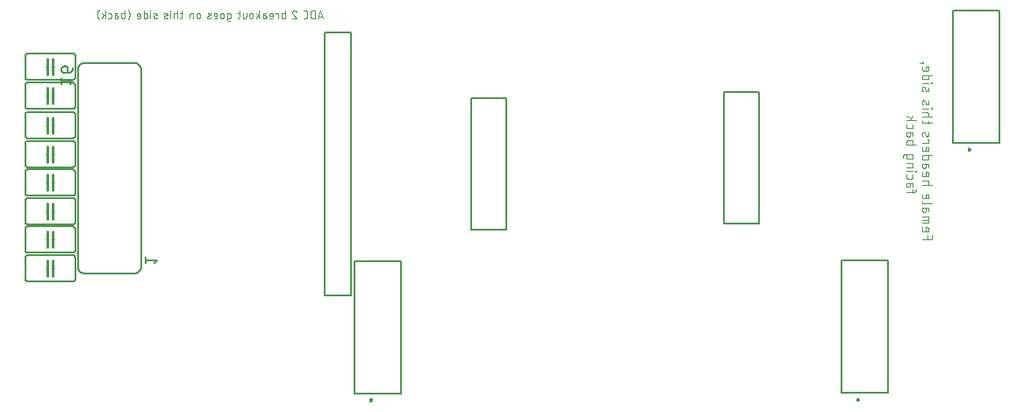
<source format=gbr>
G04 EAGLE Gerber RS-274X export*
G75*
%MOMM*%
%FSLAX34Y34*%
%LPD*%
%INSilkscreen Bottom*%
%IPPOS*%
%AMOC8*
5,1,8,0,0,1.08239X$1,22.5*%
G01*
%ADD10C,0.076200*%
%ADD11C,0.127000*%
%ADD12C,0.152400*%
%ADD13C,0.254000*%
%ADD14C,0.200000*%


D10*
X-423799Y748411D02*
X-426254Y755777D01*
X-428710Y748411D01*
X-428096Y750253D02*
X-424413Y750253D01*
X-431767Y748411D02*
X-431767Y755777D01*
X-433813Y755777D01*
X-433902Y755775D01*
X-433991Y755769D01*
X-434080Y755759D01*
X-434168Y755746D01*
X-434256Y755729D01*
X-434343Y755707D01*
X-434428Y755682D01*
X-434513Y755654D01*
X-434596Y755621D01*
X-434678Y755585D01*
X-434758Y755546D01*
X-434836Y755503D01*
X-434912Y755457D01*
X-434987Y755407D01*
X-435059Y755354D01*
X-435128Y755298D01*
X-435195Y755239D01*
X-435260Y755178D01*
X-435321Y755113D01*
X-435380Y755046D01*
X-435436Y754977D01*
X-435489Y754905D01*
X-435539Y754830D01*
X-435585Y754754D01*
X-435628Y754676D01*
X-435667Y754596D01*
X-435703Y754514D01*
X-435736Y754431D01*
X-435764Y754346D01*
X-435789Y754261D01*
X-435811Y754174D01*
X-435828Y754086D01*
X-435841Y753998D01*
X-435851Y753909D01*
X-435857Y753820D01*
X-435859Y753731D01*
X-435859Y750457D01*
X-435857Y750368D01*
X-435851Y750279D01*
X-435841Y750190D01*
X-435828Y750102D01*
X-435811Y750014D01*
X-435789Y749927D01*
X-435764Y749842D01*
X-435736Y749757D01*
X-435703Y749674D01*
X-435667Y749592D01*
X-435628Y749512D01*
X-435585Y749434D01*
X-435539Y749358D01*
X-435489Y749283D01*
X-435436Y749211D01*
X-435380Y749142D01*
X-435321Y749075D01*
X-435260Y749010D01*
X-435195Y748949D01*
X-435128Y748890D01*
X-435059Y748834D01*
X-434987Y748781D01*
X-434912Y748731D01*
X-434836Y748685D01*
X-434758Y748642D01*
X-434678Y748603D01*
X-434596Y748567D01*
X-434513Y748534D01*
X-434428Y748506D01*
X-434343Y748481D01*
X-434256Y748459D01*
X-434168Y748442D01*
X-434080Y748429D01*
X-433991Y748419D01*
X-433902Y748413D01*
X-433813Y748411D01*
X-431767Y748411D01*
X-440940Y748411D02*
X-442577Y748411D01*
X-440940Y748411D02*
X-440862Y748413D01*
X-440784Y748418D01*
X-440707Y748428D01*
X-440630Y748441D01*
X-440554Y748457D01*
X-440479Y748477D01*
X-440405Y748501D01*
X-440332Y748528D01*
X-440260Y748559D01*
X-440190Y748593D01*
X-440122Y748630D01*
X-440055Y748671D01*
X-439990Y748715D01*
X-439928Y748761D01*
X-439868Y748811D01*
X-439810Y748863D01*
X-439755Y748918D01*
X-439703Y748976D01*
X-439653Y749036D01*
X-439607Y749098D01*
X-439563Y749163D01*
X-439522Y749230D01*
X-439485Y749298D01*
X-439451Y749368D01*
X-439420Y749440D01*
X-439393Y749513D01*
X-439369Y749587D01*
X-439349Y749662D01*
X-439333Y749738D01*
X-439320Y749815D01*
X-439310Y749892D01*
X-439305Y749970D01*
X-439303Y750048D01*
X-439303Y754140D01*
X-439305Y754220D01*
X-439311Y754300D01*
X-439321Y754380D01*
X-439334Y754459D01*
X-439352Y754538D01*
X-439373Y754615D01*
X-439399Y754691D01*
X-439428Y754766D01*
X-439460Y754840D01*
X-439496Y754912D01*
X-439536Y754982D01*
X-439579Y755049D01*
X-439625Y755115D01*
X-439675Y755178D01*
X-439727Y755239D01*
X-439782Y755298D01*
X-439841Y755353D01*
X-439901Y755405D01*
X-439965Y755455D01*
X-440031Y755501D01*
X-440098Y755544D01*
X-440168Y755584D01*
X-440240Y755620D01*
X-440314Y755652D01*
X-440388Y755681D01*
X-440465Y755707D01*
X-440542Y755728D01*
X-440621Y755746D01*
X-440700Y755759D01*
X-440780Y755769D01*
X-440860Y755775D01*
X-440940Y755777D01*
X-442577Y755777D01*
X-451574Y755778D02*
X-451659Y755776D01*
X-451744Y755770D01*
X-451828Y755760D01*
X-451912Y755747D01*
X-451996Y755729D01*
X-452078Y755708D01*
X-452159Y755683D01*
X-452239Y755654D01*
X-452318Y755621D01*
X-452395Y755585D01*
X-452470Y755545D01*
X-452544Y755502D01*
X-452615Y755456D01*
X-452684Y755406D01*
X-452751Y755353D01*
X-452815Y755297D01*
X-452876Y755238D01*
X-452935Y755177D01*
X-452991Y755113D01*
X-453044Y755046D01*
X-453094Y754977D01*
X-453140Y754906D01*
X-453183Y754832D01*
X-453223Y754757D01*
X-453259Y754680D01*
X-453292Y754601D01*
X-453321Y754521D01*
X-453346Y754440D01*
X-453367Y754358D01*
X-453385Y754274D01*
X-453398Y754190D01*
X-453408Y754106D01*
X-453414Y754021D01*
X-453416Y753936D01*
X-451574Y755777D02*
X-451478Y755775D01*
X-451382Y755769D01*
X-451287Y755759D01*
X-451192Y755746D01*
X-451097Y755728D01*
X-451004Y755707D01*
X-450911Y755682D01*
X-450820Y755653D01*
X-450729Y755621D01*
X-450640Y755585D01*
X-450553Y755545D01*
X-450467Y755502D01*
X-450383Y755456D01*
X-450301Y755406D01*
X-450221Y755352D01*
X-450144Y755296D01*
X-450069Y755236D01*
X-449996Y755174D01*
X-449926Y755108D01*
X-449858Y755040D01*
X-449793Y754969D01*
X-449732Y754896D01*
X-449673Y754820D01*
X-449617Y754741D01*
X-449565Y754661D01*
X-449516Y754578D01*
X-449470Y754494D01*
X-449428Y754408D01*
X-449390Y754320D01*
X-449355Y754231D01*
X-449323Y754140D01*
X-452802Y752504D02*
X-452862Y752563D01*
X-452919Y752625D01*
X-452974Y752689D01*
X-453025Y752756D01*
X-453074Y752825D01*
X-453120Y752895D01*
X-453163Y752968D01*
X-453203Y753042D01*
X-453239Y753118D01*
X-453272Y753196D01*
X-453302Y753275D01*
X-453329Y753355D01*
X-453352Y753436D01*
X-453371Y753518D01*
X-453387Y753600D01*
X-453400Y753684D01*
X-453409Y753768D01*
X-453414Y753852D01*
X-453416Y753936D01*
X-452802Y752503D02*
X-449324Y748411D01*
X-453416Y748411D01*
X-460747Y748411D02*
X-460747Y755777D01*
X-460747Y748411D02*
X-462793Y748411D01*
X-462862Y748413D01*
X-462930Y748419D01*
X-462999Y748428D01*
X-463066Y748442D01*
X-463133Y748459D01*
X-463199Y748480D01*
X-463263Y748504D01*
X-463326Y748533D01*
X-463387Y748564D01*
X-463446Y748599D01*
X-463504Y748637D01*
X-463559Y748679D01*
X-463611Y748723D01*
X-463661Y748771D01*
X-463709Y748821D01*
X-463753Y748873D01*
X-463795Y748928D01*
X-463833Y748986D01*
X-463868Y749045D01*
X-463899Y749106D01*
X-463928Y749169D01*
X-463952Y749233D01*
X-463973Y749299D01*
X-463990Y749366D01*
X-464004Y749433D01*
X-464013Y749502D01*
X-464019Y749570D01*
X-464021Y749639D01*
X-464020Y749639D02*
X-464020Y752094D01*
X-464021Y752094D02*
X-464019Y752163D01*
X-464013Y752231D01*
X-464004Y752300D01*
X-463990Y752367D01*
X-463973Y752434D01*
X-463952Y752500D01*
X-463928Y752564D01*
X-463899Y752627D01*
X-463868Y752688D01*
X-463833Y752747D01*
X-463795Y752805D01*
X-463753Y752860D01*
X-463709Y752912D01*
X-463661Y752962D01*
X-463611Y753010D01*
X-463559Y753054D01*
X-463504Y753096D01*
X-463446Y753134D01*
X-463387Y753169D01*
X-463326Y753200D01*
X-463263Y753229D01*
X-463199Y753253D01*
X-463133Y753274D01*
X-463066Y753291D01*
X-462999Y753305D01*
X-462930Y753314D01*
X-462862Y753320D01*
X-462793Y753322D01*
X-460747Y753322D01*
X-467335Y753322D02*
X-467335Y748411D01*
X-467335Y753322D02*
X-469791Y753322D01*
X-469791Y752503D01*
X-473394Y748411D02*
X-475440Y748411D01*
X-473394Y748411D02*
X-473325Y748413D01*
X-473257Y748419D01*
X-473188Y748428D01*
X-473121Y748442D01*
X-473054Y748459D01*
X-472988Y748480D01*
X-472924Y748504D01*
X-472861Y748533D01*
X-472800Y748564D01*
X-472741Y748599D01*
X-472683Y748637D01*
X-472628Y748679D01*
X-472576Y748723D01*
X-472526Y748771D01*
X-472478Y748821D01*
X-472434Y748873D01*
X-472392Y748928D01*
X-472354Y748986D01*
X-472319Y749045D01*
X-472288Y749106D01*
X-472259Y749169D01*
X-472235Y749233D01*
X-472214Y749299D01*
X-472197Y749366D01*
X-472183Y749433D01*
X-472174Y749502D01*
X-472168Y749570D01*
X-472166Y749639D01*
X-472166Y751685D01*
X-472168Y751764D01*
X-472174Y751843D01*
X-472183Y751922D01*
X-472196Y752000D01*
X-472214Y752077D01*
X-472234Y752153D01*
X-472259Y752228D01*
X-472287Y752302D01*
X-472318Y752375D01*
X-472354Y752446D01*
X-472392Y752515D01*
X-472434Y752582D01*
X-472479Y752647D01*
X-472527Y752710D01*
X-472578Y752771D01*
X-472632Y752828D01*
X-472688Y752884D01*
X-472747Y752936D01*
X-472809Y752986D01*
X-472873Y753032D01*
X-472939Y753076D01*
X-473007Y753116D01*
X-473077Y753152D01*
X-473149Y753186D01*
X-473223Y753216D01*
X-473297Y753242D01*
X-473373Y753265D01*
X-473450Y753283D01*
X-473527Y753299D01*
X-473606Y753310D01*
X-473684Y753318D01*
X-473763Y753322D01*
X-473843Y753322D01*
X-473922Y753318D01*
X-474000Y753310D01*
X-474079Y753299D01*
X-474156Y753283D01*
X-474233Y753265D01*
X-474309Y753242D01*
X-474383Y753216D01*
X-474457Y753186D01*
X-474529Y753152D01*
X-474599Y753116D01*
X-474667Y753076D01*
X-474733Y753032D01*
X-474797Y752986D01*
X-474859Y752936D01*
X-474918Y752884D01*
X-474974Y752828D01*
X-475028Y752771D01*
X-475079Y752710D01*
X-475127Y752647D01*
X-475172Y752582D01*
X-475214Y752515D01*
X-475252Y752446D01*
X-475288Y752375D01*
X-475319Y752302D01*
X-475347Y752228D01*
X-475372Y752153D01*
X-475392Y752077D01*
X-475410Y752000D01*
X-475423Y751922D01*
X-475432Y751843D01*
X-475438Y751764D01*
X-475440Y751685D01*
X-475440Y750866D01*
X-472166Y750866D01*
X-479897Y751276D02*
X-481739Y751276D01*
X-479897Y751275D02*
X-479822Y751273D01*
X-479747Y751267D01*
X-479673Y751257D01*
X-479599Y751244D01*
X-479526Y751226D01*
X-479454Y751205D01*
X-479384Y751180D01*
X-479315Y751151D01*
X-479247Y751119D01*
X-479181Y751083D01*
X-479117Y751044D01*
X-479055Y751002D01*
X-478996Y750956D01*
X-478939Y750907D01*
X-478884Y750856D01*
X-478833Y750801D01*
X-478784Y750744D01*
X-478738Y750685D01*
X-478696Y750623D01*
X-478657Y750559D01*
X-478621Y750493D01*
X-478589Y750425D01*
X-478560Y750356D01*
X-478535Y750286D01*
X-478514Y750214D01*
X-478496Y750141D01*
X-478483Y750067D01*
X-478473Y749993D01*
X-478467Y749918D01*
X-478465Y749843D01*
X-478467Y749768D01*
X-478473Y749693D01*
X-478483Y749619D01*
X-478496Y749545D01*
X-478514Y749472D01*
X-478535Y749400D01*
X-478560Y749330D01*
X-478589Y749261D01*
X-478621Y749193D01*
X-478657Y749127D01*
X-478696Y749063D01*
X-478738Y749001D01*
X-478784Y748942D01*
X-478833Y748885D01*
X-478884Y748830D01*
X-478939Y748779D01*
X-478996Y748730D01*
X-479055Y748684D01*
X-479117Y748642D01*
X-479181Y748603D01*
X-479247Y748567D01*
X-479315Y748535D01*
X-479384Y748506D01*
X-479454Y748481D01*
X-479526Y748460D01*
X-479599Y748442D01*
X-479673Y748429D01*
X-479747Y748419D01*
X-479822Y748413D01*
X-479897Y748411D01*
X-481739Y748411D01*
X-481739Y752094D01*
X-481737Y752163D01*
X-481731Y752231D01*
X-481722Y752300D01*
X-481708Y752367D01*
X-481691Y752434D01*
X-481670Y752500D01*
X-481646Y752564D01*
X-481617Y752627D01*
X-481586Y752688D01*
X-481551Y752747D01*
X-481513Y752805D01*
X-481471Y752860D01*
X-481427Y752912D01*
X-481379Y752962D01*
X-481329Y753010D01*
X-481277Y753054D01*
X-481222Y753096D01*
X-481164Y753134D01*
X-481105Y753169D01*
X-481044Y753200D01*
X-480981Y753229D01*
X-480917Y753253D01*
X-480851Y753274D01*
X-480784Y753291D01*
X-480717Y753305D01*
X-480648Y753314D01*
X-480580Y753320D01*
X-480511Y753322D01*
X-478874Y753322D01*
X-485428Y755777D02*
X-485428Y748411D01*
X-485428Y750866D02*
X-488701Y753322D01*
X-486860Y751889D02*
X-488701Y748411D01*
X-491429Y750048D02*
X-491429Y751685D01*
X-491431Y751764D01*
X-491437Y751843D01*
X-491446Y751922D01*
X-491459Y752000D01*
X-491477Y752077D01*
X-491497Y752153D01*
X-491522Y752228D01*
X-491550Y752302D01*
X-491581Y752375D01*
X-491617Y752446D01*
X-491655Y752515D01*
X-491697Y752582D01*
X-491742Y752647D01*
X-491790Y752710D01*
X-491841Y752771D01*
X-491895Y752828D01*
X-491951Y752884D01*
X-492010Y752936D01*
X-492072Y752986D01*
X-492136Y753032D01*
X-492202Y753076D01*
X-492270Y753116D01*
X-492340Y753152D01*
X-492412Y753186D01*
X-492486Y753216D01*
X-492560Y753242D01*
X-492636Y753265D01*
X-492713Y753283D01*
X-492790Y753299D01*
X-492869Y753310D01*
X-492947Y753318D01*
X-493026Y753322D01*
X-493106Y753322D01*
X-493185Y753318D01*
X-493263Y753310D01*
X-493342Y753299D01*
X-493419Y753283D01*
X-493496Y753265D01*
X-493572Y753242D01*
X-493646Y753216D01*
X-493720Y753186D01*
X-493792Y753152D01*
X-493862Y753116D01*
X-493930Y753076D01*
X-493996Y753032D01*
X-494060Y752986D01*
X-494122Y752936D01*
X-494181Y752884D01*
X-494237Y752828D01*
X-494291Y752771D01*
X-494342Y752710D01*
X-494390Y752647D01*
X-494435Y752582D01*
X-494477Y752515D01*
X-494515Y752446D01*
X-494551Y752375D01*
X-494582Y752302D01*
X-494610Y752228D01*
X-494635Y752153D01*
X-494655Y752077D01*
X-494673Y752000D01*
X-494686Y751922D01*
X-494695Y751843D01*
X-494701Y751764D01*
X-494703Y751685D01*
X-494703Y750048D01*
X-494701Y749969D01*
X-494695Y749890D01*
X-494686Y749811D01*
X-494673Y749733D01*
X-494655Y749656D01*
X-494635Y749580D01*
X-494610Y749505D01*
X-494582Y749431D01*
X-494551Y749358D01*
X-494515Y749287D01*
X-494477Y749218D01*
X-494435Y749151D01*
X-494390Y749086D01*
X-494342Y749023D01*
X-494291Y748962D01*
X-494237Y748905D01*
X-494181Y748849D01*
X-494122Y748797D01*
X-494060Y748747D01*
X-493996Y748701D01*
X-493930Y748657D01*
X-493862Y748617D01*
X-493792Y748581D01*
X-493720Y748547D01*
X-493646Y748517D01*
X-493572Y748491D01*
X-493496Y748468D01*
X-493419Y748450D01*
X-493342Y748434D01*
X-493263Y748423D01*
X-493185Y748415D01*
X-493106Y748411D01*
X-493026Y748411D01*
X-492947Y748415D01*
X-492869Y748423D01*
X-492790Y748434D01*
X-492713Y748450D01*
X-492636Y748468D01*
X-492560Y748491D01*
X-492486Y748517D01*
X-492412Y748547D01*
X-492340Y748581D01*
X-492270Y748617D01*
X-492202Y748657D01*
X-492136Y748701D01*
X-492072Y748747D01*
X-492010Y748797D01*
X-491951Y748849D01*
X-491895Y748905D01*
X-491841Y748962D01*
X-491790Y749023D01*
X-491742Y749086D01*
X-491697Y749151D01*
X-491655Y749218D01*
X-491617Y749287D01*
X-491581Y749358D01*
X-491550Y749431D01*
X-491522Y749505D01*
X-491497Y749580D01*
X-491477Y749656D01*
X-491459Y749733D01*
X-491446Y749811D01*
X-491437Y749890D01*
X-491431Y749969D01*
X-491429Y750048D01*
X-498013Y749639D02*
X-498013Y753322D01*
X-498013Y749639D02*
X-498015Y749570D01*
X-498021Y749502D01*
X-498030Y749433D01*
X-498044Y749366D01*
X-498061Y749299D01*
X-498082Y749233D01*
X-498106Y749169D01*
X-498135Y749106D01*
X-498166Y749045D01*
X-498201Y748986D01*
X-498239Y748928D01*
X-498281Y748873D01*
X-498325Y748821D01*
X-498373Y748771D01*
X-498423Y748723D01*
X-498475Y748679D01*
X-498530Y748637D01*
X-498588Y748599D01*
X-498647Y748564D01*
X-498708Y748533D01*
X-498771Y748504D01*
X-498835Y748480D01*
X-498901Y748459D01*
X-498968Y748442D01*
X-499035Y748428D01*
X-499104Y748419D01*
X-499172Y748413D01*
X-499241Y748411D01*
X-501287Y748411D01*
X-501287Y753322D01*
X-503966Y753322D02*
X-506422Y753322D01*
X-504785Y755777D02*
X-504785Y749639D01*
X-504784Y749639D02*
X-504786Y749570D01*
X-504792Y749502D01*
X-504801Y749433D01*
X-504815Y749366D01*
X-504832Y749299D01*
X-504853Y749233D01*
X-504877Y749169D01*
X-504906Y749106D01*
X-504937Y749045D01*
X-504972Y748986D01*
X-505010Y748928D01*
X-505052Y748873D01*
X-505096Y748821D01*
X-505144Y748771D01*
X-505194Y748723D01*
X-505246Y748679D01*
X-505301Y748637D01*
X-505359Y748599D01*
X-505418Y748564D01*
X-505479Y748533D01*
X-505542Y748504D01*
X-505606Y748480D01*
X-505672Y748459D01*
X-505739Y748442D01*
X-505806Y748428D01*
X-505875Y748419D01*
X-505943Y748413D01*
X-506012Y748411D01*
X-506422Y748411D01*
X-514318Y748411D02*
X-516364Y748411D01*
X-514318Y748411D02*
X-514249Y748413D01*
X-514181Y748419D01*
X-514112Y748428D01*
X-514045Y748442D01*
X-513978Y748459D01*
X-513912Y748480D01*
X-513848Y748504D01*
X-513785Y748533D01*
X-513724Y748564D01*
X-513665Y748599D01*
X-513607Y748637D01*
X-513552Y748679D01*
X-513500Y748723D01*
X-513450Y748771D01*
X-513402Y748821D01*
X-513358Y748873D01*
X-513316Y748928D01*
X-513278Y748986D01*
X-513243Y749045D01*
X-513212Y749106D01*
X-513183Y749169D01*
X-513159Y749233D01*
X-513138Y749299D01*
X-513121Y749366D01*
X-513107Y749433D01*
X-513098Y749502D01*
X-513092Y749570D01*
X-513090Y749639D01*
X-513090Y752094D01*
X-513092Y752163D01*
X-513098Y752231D01*
X-513107Y752300D01*
X-513121Y752367D01*
X-513138Y752434D01*
X-513159Y752500D01*
X-513183Y752564D01*
X-513212Y752627D01*
X-513243Y752688D01*
X-513278Y752747D01*
X-513316Y752805D01*
X-513358Y752860D01*
X-513402Y752912D01*
X-513450Y752962D01*
X-513500Y753010D01*
X-513552Y753054D01*
X-513607Y753096D01*
X-513665Y753134D01*
X-513724Y753169D01*
X-513785Y753200D01*
X-513848Y753229D01*
X-513912Y753253D01*
X-513978Y753274D01*
X-514045Y753291D01*
X-514112Y753305D01*
X-514181Y753314D01*
X-514249Y753320D01*
X-514318Y753322D01*
X-516364Y753322D01*
X-516364Y747183D01*
X-516362Y747114D01*
X-516356Y747046D01*
X-516347Y746977D01*
X-516333Y746910D01*
X-516316Y746843D01*
X-516295Y746777D01*
X-516271Y746713D01*
X-516242Y746650D01*
X-516211Y746589D01*
X-516176Y746530D01*
X-516138Y746472D01*
X-516096Y746417D01*
X-516052Y746365D01*
X-516004Y746315D01*
X-515954Y746267D01*
X-515902Y746223D01*
X-515847Y746182D01*
X-515789Y746143D01*
X-515730Y746108D01*
X-515669Y746077D01*
X-515606Y746048D01*
X-515542Y746024D01*
X-515476Y746003D01*
X-515409Y745986D01*
X-515342Y745972D01*
X-515274Y745963D01*
X-515205Y745957D01*
X-515136Y745955D01*
X-515136Y745956D02*
X-513499Y745956D01*
X-519715Y750048D02*
X-519715Y751685D01*
X-519717Y751764D01*
X-519723Y751843D01*
X-519732Y751922D01*
X-519745Y752000D01*
X-519763Y752077D01*
X-519783Y752153D01*
X-519808Y752228D01*
X-519836Y752302D01*
X-519867Y752375D01*
X-519903Y752446D01*
X-519941Y752515D01*
X-519983Y752582D01*
X-520028Y752647D01*
X-520076Y752710D01*
X-520127Y752771D01*
X-520181Y752828D01*
X-520237Y752884D01*
X-520296Y752936D01*
X-520358Y752986D01*
X-520422Y753032D01*
X-520488Y753076D01*
X-520556Y753116D01*
X-520626Y753152D01*
X-520698Y753186D01*
X-520772Y753216D01*
X-520846Y753242D01*
X-520922Y753265D01*
X-520999Y753283D01*
X-521076Y753299D01*
X-521155Y753310D01*
X-521233Y753318D01*
X-521312Y753322D01*
X-521392Y753322D01*
X-521471Y753318D01*
X-521549Y753310D01*
X-521628Y753299D01*
X-521705Y753283D01*
X-521782Y753265D01*
X-521858Y753242D01*
X-521932Y753216D01*
X-522006Y753186D01*
X-522078Y753152D01*
X-522148Y753116D01*
X-522216Y753076D01*
X-522282Y753032D01*
X-522346Y752986D01*
X-522408Y752936D01*
X-522467Y752884D01*
X-522523Y752828D01*
X-522577Y752771D01*
X-522628Y752710D01*
X-522676Y752647D01*
X-522721Y752582D01*
X-522763Y752515D01*
X-522801Y752446D01*
X-522837Y752375D01*
X-522868Y752302D01*
X-522896Y752228D01*
X-522921Y752153D01*
X-522941Y752077D01*
X-522959Y752000D01*
X-522972Y751922D01*
X-522981Y751843D01*
X-522987Y751764D01*
X-522989Y751685D01*
X-522988Y751685D02*
X-522988Y750048D01*
X-522989Y750048D02*
X-522987Y749969D01*
X-522981Y749890D01*
X-522972Y749811D01*
X-522959Y749733D01*
X-522941Y749656D01*
X-522921Y749580D01*
X-522896Y749505D01*
X-522868Y749431D01*
X-522837Y749358D01*
X-522801Y749287D01*
X-522763Y749218D01*
X-522721Y749151D01*
X-522676Y749086D01*
X-522628Y749023D01*
X-522577Y748962D01*
X-522523Y748905D01*
X-522467Y748849D01*
X-522408Y748797D01*
X-522346Y748747D01*
X-522282Y748701D01*
X-522216Y748657D01*
X-522148Y748617D01*
X-522078Y748581D01*
X-522006Y748547D01*
X-521932Y748517D01*
X-521858Y748491D01*
X-521782Y748468D01*
X-521705Y748450D01*
X-521628Y748434D01*
X-521549Y748423D01*
X-521471Y748415D01*
X-521392Y748411D01*
X-521312Y748411D01*
X-521233Y748415D01*
X-521155Y748423D01*
X-521076Y748434D01*
X-520999Y748450D01*
X-520922Y748468D01*
X-520846Y748491D01*
X-520772Y748517D01*
X-520698Y748547D01*
X-520626Y748581D01*
X-520556Y748617D01*
X-520488Y748657D01*
X-520422Y748701D01*
X-520358Y748747D01*
X-520296Y748797D01*
X-520237Y748849D01*
X-520181Y748905D01*
X-520127Y748962D01*
X-520076Y749023D01*
X-520028Y749086D01*
X-519983Y749151D01*
X-519941Y749218D01*
X-519903Y749287D01*
X-519867Y749358D01*
X-519836Y749431D01*
X-519808Y749505D01*
X-519783Y749580D01*
X-519763Y749656D01*
X-519745Y749733D01*
X-519732Y749811D01*
X-519723Y749890D01*
X-519717Y749969D01*
X-519715Y750048D01*
X-527282Y748411D02*
X-529328Y748411D01*
X-527282Y748411D02*
X-527213Y748413D01*
X-527145Y748419D01*
X-527076Y748428D01*
X-527009Y748442D01*
X-526942Y748459D01*
X-526876Y748480D01*
X-526812Y748504D01*
X-526749Y748533D01*
X-526688Y748564D01*
X-526629Y748599D01*
X-526571Y748637D01*
X-526516Y748679D01*
X-526464Y748723D01*
X-526414Y748771D01*
X-526366Y748821D01*
X-526322Y748873D01*
X-526280Y748928D01*
X-526242Y748986D01*
X-526207Y749045D01*
X-526176Y749106D01*
X-526147Y749169D01*
X-526123Y749233D01*
X-526102Y749299D01*
X-526085Y749366D01*
X-526071Y749433D01*
X-526062Y749502D01*
X-526056Y749570D01*
X-526054Y749639D01*
X-526055Y749639D02*
X-526055Y751685D01*
X-526054Y751685D02*
X-526056Y751764D01*
X-526062Y751843D01*
X-526071Y751922D01*
X-526084Y752000D01*
X-526102Y752077D01*
X-526122Y752153D01*
X-526147Y752228D01*
X-526175Y752302D01*
X-526206Y752375D01*
X-526242Y752446D01*
X-526280Y752515D01*
X-526322Y752582D01*
X-526367Y752647D01*
X-526415Y752710D01*
X-526466Y752771D01*
X-526520Y752828D01*
X-526576Y752884D01*
X-526635Y752936D01*
X-526697Y752986D01*
X-526761Y753032D01*
X-526827Y753076D01*
X-526895Y753116D01*
X-526965Y753152D01*
X-527037Y753186D01*
X-527111Y753216D01*
X-527185Y753242D01*
X-527261Y753265D01*
X-527338Y753283D01*
X-527415Y753299D01*
X-527494Y753310D01*
X-527572Y753318D01*
X-527651Y753322D01*
X-527731Y753322D01*
X-527810Y753318D01*
X-527888Y753310D01*
X-527967Y753299D01*
X-528044Y753283D01*
X-528121Y753265D01*
X-528197Y753242D01*
X-528271Y753216D01*
X-528345Y753186D01*
X-528417Y753152D01*
X-528487Y753116D01*
X-528555Y753076D01*
X-528621Y753032D01*
X-528685Y752986D01*
X-528747Y752936D01*
X-528806Y752884D01*
X-528862Y752828D01*
X-528916Y752771D01*
X-528967Y752710D01*
X-529015Y752647D01*
X-529060Y752582D01*
X-529102Y752515D01*
X-529140Y752446D01*
X-529176Y752375D01*
X-529207Y752302D01*
X-529235Y752228D01*
X-529260Y752153D01*
X-529280Y752077D01*
X-529298Y752000D01*
X-529311Y751922D01*
X-529320Y751843D01*
X-529326Y751764D01*
X-529328Y751685D01*
X-529328Y750866D01*
X-526055Y750866D01*
X-533008Y751276D02*
X-535054Y750457D01*
X-533008Y751276D02*
X-532949Y751301D01*
X-532892Y751330D01*
X-532837Y751363D01*
X-532784Y751399D01*
X-532733Y751437D01*
X-532685Y751479D01*
X-532639Y751524D01*
X-532596Y751571D01*
X-532556Y751621D01*
X-532519Y751673D01*
X-532485Y751728D01*
X-532454Y751784D01*
X-532427Y751842D01*
X-532404Y751902D01*
X-532384Y751962D01*
X-532368Y752024D01*
X-532355Y752087D01*
X-532347Y752151D01*
X-532342Y752214D01*
X-532341Y752278D01*
X-532344Y752342D01*
X-532351Y752406D01*
X-532362Y752469D01*
X-532376Y752531D01*
X-532394Y752593D01*
X-532416Y752653D01*
X-532441Y752712D01*
X-532470Y752769D01*
X-532503Y752824D01*
X-532538Y752877D01*
X-532577Y752928D01*
X-532619Y752977D01*
X-532663Y753023D01*
X-532711Y753066D01*
X-532760Y753106D01*
X-532813Y753143D01*
X-532867Y753177D01*
X-532923Y753208D01*
X-532981Y753235D01*
X-533040Y753259D01*
X-533101Y753278D01*
X-533163Y753295D01*
X-533226Y753307D01*
X-533289Y753316D01*
X-533353Y753321D01*
X-533417Y753322D01*
X-533553Y753318D01*
X-533688Y753310D01*
X-533824Y753298D01*
X-533958Y753282D01*
X-534093Y753262D01*
X-534226Y753239D01*
X-534359Y753211D01*
X-534491Y753180D01*
X-534622Y753145D01*
X-534752Y753106D01*
X-534881Y753063D01*
X-535008Y753016D01*
X-535134Y752966D01*
X-535259Y752912D01*
X-535054Y750457D02*
X-535113Y750432D01*
X-535170Y750403D01*
X-535225Y750370D01*
X-535278Y750334D01*
X-535329Y750296D01*
X-535377Y750254D01*
X-535423Y750209D01*
X-535466Y750162D01*
X-535506Y750112D01*
X-535543Y750060D01*
X-535577Y750005D01*
X-535608Y749949D01*
X-535635Y749891D01*
X-535658Y749831D01*
X-535678Y749771D01*
X-535694Y749709D01*
X-535707Y749646D01*
X-535715Y749582D01*
X-535720Y749519D01*
X-535721Y749455D01*
X-535718Y749391D01*
X-535711Y749327D01*
X-535700Y749264D01*
X-535686Y749202D01*
X-535668Y749140D01*
X-535646Y749080D01*
X-535621Y749021D01*
X-535592Y748964D01*
X-535559Y748909D01*
X-535524Y748856D01*
X-535485Y748805D01*
X-535443Y748756D01*
X-535399Y748710D01*
X-535351Y748667D01*
X-535302Y748627D01*
X-535249Y748590D01*
X-535195Y748556D01*
X-535139Y748525D01*
X-535081Y748498D01*
X-535022Y748474D01*
X-534961Y748455D01*
X-534899Y748438D01*
X-534836Y748426D01*
X-534773Y748417D01*
X-534709Y748412D01*
X-534645Y748411D01*
X-534481Y748415D01*
X-534317Y748423D01*
X-534153Y748435D01*
X-533990Y748451D01*
X-533827Y748471D01*
X-533664Y748494D01*
X-533503Y748522D01*
X-533341Y748553D01*
X-533181Y748588D01*
X-533022Y748627D01*
X-532863Y748670D01*
X-532706Y748716D01*
X-532549Y748766D01*
X-532394Y748820D01*
X-542636Y750048D02*
X-542636Y751685D01*
X-542635Y751685D02*
X-542637Y751764D01*
X-542643Y751843D01*
X-542652Y751922D01*
X-542665Y752000D01*
X-542683Y752077D01*
X-542703Y752153D01*
X-542728Y752228D01*
X-542756Y752302D01*
X-542787Y752375D01*
X-542823Y752446D01*
X-542861Y752515D01*
X-542903Y752582D01*
X-542948Y752647D01*
X-542996Y752710D01*
X-543047Y752771D01*
X-543101Y752828D01*
X-543157Y752884D01*
X-543216Y752936D01*
X-543278Y752986D01*
X-543342Y753032D01*
X-543408Y753076D01*
X-543476Y753116D01*
X-543546Y753152D01*
X-543618Y753186D01*
X-543692Y753216D01*
X-543766Y753242D01*
X-543842Y753265D01*
X-543919Y753283D01*
X-543996Y753299D01*
X-544075Y753310D01*
X-544153Y753318D01*
X-544232Y753322D01*
X-544312Y753322D01*
X-544391Y753318D01*
X-544469Y753310D01*
X-544548Y753299D01*
X-544625Y753283D01*
X-544702Y753265D01*
X-544778Y753242D01*
X-544852Y753216D01*
X-544926Y753186D01*
X-544998Y753152D01*
X-545068Y753116D01*
X-545136Y753076D01*
X-545202Y753032D01*
X-545266Y752986D01*
X-545328Y752936D01*
X-545387Y752884D01*
X-545443Y752828D01*
X-545497Y752771D01*
X-545548Y752710D01*
X-545596Y752647D01*
X-545641Y752582D01*
X-545683Y752515D01*
X-545721Y752446D01*
X-545757Y752375D01*
X-545788Y752302D01*
X-545816Y752228D01*
X-545841Y752153D01*
X-545861Y752077D01*
X-545879Y752000D01*
X-545892Y751922D01*
X-545901Y751843D01*
X-545907Y751764D01*
X-545909Y751685D01*
X-545909Y750048D01*
X-545907Y749969D01*
X-545901Y749890D01*
X-545892Y749811D01*
X-545879Y749733D01*
X-545861Y749656D01*
X-545841Y749580D01*
X-545816Y749505D01*
X-545788Y749431D01*
X-545757Y749358D01*
X-545721Y749287D01*
X-545683Y749218D01*
X-545641Y749151D01*
X-545596Y749086D01*
X-545548Y749023D01*
X-545497Y748962D01*
X-545443Y748905D01*
X-545387Y748849D01*
X-545328Y748797D01*
X-545266Y748747D01*
X-545202Y748701D01*
X-545136Y748657D01*
X-545068Y748617D01*
X-544998Y748581D01*
X-544926Y748547D01*
X-544852Y748517D01*
X-544778Y748491D01*
X-544702Y748468D01*
X-544625Y748450D01*
X-544548Y748434D01*
X-544469Y748423D01*
X-544391Y748415D01*
X-544312Y748411D01*
X-544232Y748411D01*
X-544153Y748415D01*
X-544075Y748423D01*
X-543996Y748434D01*
X-543919Y748450D01*
X-543842Y748468D01*
X-543766Y748491D01*
X-543692Y748517D01*
X-543618Y748547D01*
X-543546Y748581D01*
X-543476Y748617D01*
X-543408Y748657D01*
X-543342Y748701D01*
X-543278Y748747D01*
X-543216Y748797D01*
X-543157Y748849D01*
X-543101Y748905D01*
X-543047Y748962D01*
X-542996Y749023D01*
X-542948Y749086D01*
X-542903Y749151D01*
X-542861Y749218D01*
X-542823Y749287D01*
X-542787Y749358D01*
X-542756Y749431D01*
X-542728Y749505D01*
X-542703Y749580D01*
X-542683Y749656D01*
X-542665Y749733D01*
X-542652Y749811D01*
X-542643Y749890D01*
X-542637Y749969D01*
X-542635Y750048D01*
X-549219Y748411D02*
X-549219Y753322D01*
X-551265Y753322D01*
X-551334Y753320D01*
X-551402Y753314D01*
X-551471Y753305D01*
X-551538Y753291D01*
X-551605Y753274D01*
X-551671Y753253D01*
X-551735Y753229D01*
X-551798Y753200D01*
X-551859Y753169D01*
X-551918Y753134D01*
X-551976Y753096D01*
X-552031Y753054D01*
X-552083Y753010D01*
X-552133Y752962D01*
X-552181Y752912D01*
X-552225Y752860D01*
X-552267Y752805D01*
X-552305Y752747D01*
X-552340Y752688D01*
X-552371Y752627D01*
X-552400Y752564D01*
X-552424Y752500D01*
X-552445Y752434D01*
X-552462Y752367D01*
X-552476Y752300D01*
X-552485Y752231D01*
X-552491Y752163D01*
X-552493Y752094D01*
X-552493Y748411D01*
X-559074Y753322D02*
X-561529Y753322D01*
X-559892Y755777D02*
X-559892Y749639D01*
X-559894Y749570D01*
X-559900Y749502D01*
X-559909Y749433D01*
X-559923Y749366D01*
X-559940Y749299D01*
X-559961Y749233D01*
X-559985Y749169D01*
X-560014Y749106D01*
X-560045Y749045D01*
X-560080Y748986D01*
X-560118Y748928D01*
X-560160Y748873D01*
X-560204Y748821D01*
X-560252Y748771D01*
X-560302Y748723D01*
X-560354Y748679D01*
X-560409Y748637D01*
X-560467Y748599D01*
X-560526Y748564D01*
X-560587Y748533D01*
X-560650Y748504D01*
X-560714Y748480D01*
X-560780Y748459D01*
X-560847Y748442D01*
X-560914Y748428D01*
X-560983Y748419D01*
X-561051Y748413D01*
X-561120Y748411D01*
X-561529Y748411D01*
X-564581Y748411D02*
X-564581Y755777D01*
X-564581Y753322D02*
X-566627Y753322D01*
X-566696Y753320D01*
X-566764Y753314D01*
X-566833Y753305D01*
X-566900Y753291D01*
X-566967Y753274D01*
X-567033Y753253D01*
X-567097Y753229D01*
X-567160Y753200D01*
X-567221Y753169D01*
X-567280Y753134D01*
X-567338Y753096D01*
X-567393Y753054D01*
X-567445Y753010D01*
X-567495Y752962D01*
X-567543Y752912D01*
X-567587Y752860D01*
X-567629Y752805D01*
X-567667Y752747D01*
X-567702Y752688D01*
X-567733Y752627D01*
X-567762Y752564D01*
X-567786Y752500D01*
X-567807Y752434D01*
X-567824Y752367D01*
X-567838Y752300D01*
X-567847Y752231D01*
X-567853Y752163D01*
X-567855Y752094D01*
X-567855Y748411D01*
X-571095Y748411D02*
X-571095Y753322D01*
X-570890Y755368D02*
X-570890Y755777D01*
X-571299Y755777D01*
X-571299Y755368D01*
X-570890Y755368D01*
X-574705Y751276D02*
X-576751Y750457D01*
X-574705Y751276D02*
X-574646Y751301D01*
X-574589Y751330D01*
X-574534Y751363D01*
X-574481Y751399D01*
X-574430Y751437D01*
X-574382Y751479D01*
X-574336Y751524D01*
X-574293Y751571D01*
X-574253Y751621D01*
X-574216Y751673D01*
X-574182Y751728D01*
X-574151Y751784D01*
X-574124Y751842D01*
X-574101Y751902D01*
X-574081Y751962D01*
X-574065Y752024D01*
X-574052Y752087D01*
X-574044Y752151D01*
X-574039Y752214D01*
X-574038Y752278D01*
X-574041Y752342D01*
X-574048Y752406D01*
X-574059Y752469D01*
X-574073Y752531D01*
X-574091Y752593D01*
X-574113Y752653D01*
X-574138Y752712D01*
X-574167Y752769D01*
X-574200Y752824D01*
X-574235Y752877D01*
X-574274Y752928D01*
X-574316Y752977D01*
X-574360Y753023D01*
X-574408Y753066D01*
X-574457Y753106D01*
X-574510Y753143D01*
X-574564Y753177D01*
X-574620Y753208D01*
X-574678Y753235D01*
X-574737Y753259D01*
X-574798Y753278D01*
X-574860Y753295D01*
X-574923Y753307D01*
X-574986Y753316D01*
X-575050Y753321D01*
X-575114Y753322D01*
X-575113Y753322D02*
X-575249Y753318D01*
X-575384Y753310D01*
X-575520Y753298D01*
X-575654Y753282D01*
X-575789Y753262D01*
X-575922Y753239D01*
X-576055Y753211D01*
X-576187Y753180D01*
X-576318Y753145D01*
X-576448Y753106D01*
X-576577Y753063D01*
X-576704Y753016D01*
X-576830Y752966D01*
X-576955Y752912D01*
X-576751Y750457D02*
X-576810Y750432D01*
X-576867Y750403D01*
X-576922Y750370D01*
X-576975Y750334D01*
X-577026Y750296D01*
X-577074Y750254D01*
X-577120Y750209D01*
X-577163Y750162D01*
X-577203Y750112D01*
X-577240Y750060D01*
X-577274Y750005D01*
X-577305Y749949D01*
X-577332Y749891D01*
X-577355Y749831D01*
X-577375Y749771D01*
X-577391Y749709D01*
X-577404Y749646D01*
X-577412Y749582D01*
X-577417Y749519D01*
X-577418Y749455D01*
X-577415Y749391D01*
X-577408Y749327D01*
X-577397Y749264D01*
X-577383Y749202D01*
X-577365Y749140D01*
X-577343Y749080D01*
X-577318Y749021D01*
X-577289Y748964D01*
X-577256Y748909D01*
X-577221Y748856D01*
X-577182Y748805D01*
X-577140Y748756D01*
X-577096Y748710D01*
X-577048Y748667D01*
X-576999Y748627D01*
X-576946Y748590D01*
X-576892Y748556D01*
X-576836Y748525D01*
X-576778Y748498D01*
X-576719Y748474D01*
X-576658Y748455D01*
X-576596Y748438D01*
X-576533Y748426D01*
X-576470Y748417D01*
X-576406Y748412D01*
X-576342Y748411D01*
X-576178Y748415D01*
X-576014Y748423D01*
X-575850Y748435D01*
X-575687Y748451D01*
X-575524Y748471D01*
X-575361Y748494D01*
X-575200Y748522D01*
X-575038Y748553D01*
X-574878Y748588D01*
X-574719Y748627D01*
X-574560Y748670D01*
X-574403Y748716D01*
X-574246Y748766D01*
X-574091Y748820D01*
X-584946Y751276D02*
X-586992Y750457D01*
X-584946Y751276D02*
X-584887Y751301D01*
X-584830Y751330D01*
X-584775Y751363D01*
X-584722Y751399D01*
X-584671Y751437D01*
X-584623Y751479D01*
X-584577Y751524D01*
X-584534Y751571D01*
X-584494Y751621D01*
X-584457Y751673D01*
X-584423Y751728D01*
X-584392Y751784D01*
X-584365Y751842D01*
X-584342Y751902D01*
X-584322Y751962D01*
X-584306Y752024D01*
X-584293Y752087D01*
X-584285Y752151D01*
X-584280Y752214D01*
X-584279Y752278D01*
X-584282Y752342D01*
X-584289Y752406D01*
X-584300Y752469D01*
X-584314Y752531D01*
X-584332Y752593D01*
X-584354Y752653D01*
X-584379Y752712D01*
X-584408Y752769D01*
X-584441Y752824D01*
X-584476Y752877D01*
X-584515Y752928D01*
X-584557Y752977D01*
X-584601Y753023D01*
X-584649Y753066D01*
X-584698Y753106D01*
X-584751Y753143D01*
X-584805Y753177D01*
X-584861Y753208D01*
X-584919Y753235D01*
X-584978Y753259D01*
X-585039Y753278D01*
X-585101Y753295D01*
X-585164Y753307D01*
X-585227Y753316D01*
X-585291Y753321D01*
X-585355Y753322D01*
X-585491Y753318D01*
X-585626Y753310D01*
X-585762Y753298D01*
X-585896Y753282D01*
X-586031Y753262D01*
X-586164Y753239D01*
X-586297Y753211D01*
X-586429Y753180D01*
X-586560Y753145D01*
X-586690Y753106D01*
X-586819Y753063D01*
X-586946Y753016D01*
X-587072Y752966D01*
X-587197Y752912D01*
X-586992Y750457D02*
X-587051Y750432D01*
X-587108Y750403D01*
X-587163Y750370D01*
X-587216Y750334D01*
X-587267Y750296D01*
X-587315Y750254D01*
X-587361Y750209D01*
X-587404Y750162D01*
X-587444Y750112D01*
X-587481Y750060D01*
X-587515Y750005D01*
X-587546Y749949D01*
X-587573Y749891D01*
X-587596Y749831D01*
X-587616Y749771D01*
X-587632Y749709D01*
X-587645Y749646D01*
X-587653Y749582D01*
X-587658Y749519D01*
X-587659Y749455D01*
X-587656Y749391D01*
X-587649Y749327D01*
X-587638Y749264D01*
X-587624Y749202D01*
X-587606Y749140D01*
X-587584Y749080D01*
X-587559Y749021D01*
X-587530Y748964D01*
X-587497Y748909D01*
X-587462Y748856D01*
X-587423Y748805D01*
X-587381Y748756D01*
X-587337Y748710D01*
X-587289Y748667D01*
X-587240Y748627D01*
X-587187Y748590D01*
X-587133Y748556D01*
X-587077Y748525D01*
X-587019Y748498D01*
X-586960Y748474D01*
X-586899Y748455D01*
X-586837Y748438D01*
X-586774Y748426D01*
X-586711Y748417D01*
X-586647Y748412D01*
X-586583Y748411D01*
X-586419Y748415D01*
X-586255Y748423D01*
X-586091Y748435D01*
X-585928Y748451D01*
X-585765Y748471D01*
X-585602Y748494D01*
X-585441Y748522D01*
X-585279Y748553D01*
X-585119Y748588D01*
X-584960Y748627D01*
X-584801Y748670D01*
X-584644Y748716D01*
X-584487Y748766D01*
X-584332Y748820D01*
X-590602Y748411D02*
X-590602Y753322D01*
X-590397Y755368D02*
X-590397Y755777D01*
X-590806Y755777D01*
X-590806Y755368D01*
X-590397Y755368D01*
X-596831Y755777D02*
X-596831Y748411D01*
X-594785Y748411D01*
X-594716Y748413D01*
X-594648Y748419D01*
X-594579Y748428D01*
X-594512Y748442D01*
X-594445Y748459D01*
X-594379Y748480D01*
X-594315Y748504D01*
X-594252Y748533D01*
X-594191Y748564D01*
X-594132Y748599D01*
X-594074Y748637D01*
X-594019Y748679D01*
X-593967Y748723D01*
X-593917Y748771D01*
X-593869Y748821D01*
X-593825Y748873D01*
X-593783Y748928D01*
X-593745Y748986D01*
X-593710Y749045D01*
X-593679Y749106D01*
X-593650Y749169D01*
X-593626Y749233D01*
X-593605Y749299D01*
X-593588Y749366D01*
X-593574Y749433D01*
X-593565Y749502D01*
X-593559Y749570D01*
X-593557Y749639D01*
X-593557Y752094D01*
X-593559Y752163D01*
X-593565Y752231D01*
X-593574Y752300D01*
X-593588Y752367D01*
X-593605Y752434D01*
X-593626Y752500D01*
X-593650Y752564D01*
X-593679Y752627D01*
X-593710Y752688D01*
X-593745Y752747D01*
X-593783Y752805D01*
X-593825Y752860D01*
X-593869Y752912D01*
X-593917Y752962D01*
X-593967Y753010D01*
X-594019Y753054D01*
X-594074Y753096D01*
X-594132Y753134D01*
X-594191Y753169D01*
X-594252Y753200D01*
X-594315Y753229D01*
X-594379Y753253D01*
X-594445Y753274D01*
X-594512Y753291D01*
X-594579Y753305D01*
X-594648Y753314D01*
X-594716Y753320D01*
X-594785Y753322D01*
X-596831Y753322D01*
X-601409Y748411D02*
X-603455Y748411D01*
X-601409Y748411D02*
X-601340Y748413D01*
X-601272Y748419D01*
X-601203Y748428D01*
X-601136Y748442D01*
X-601069Y748459D01*
X-601003Y748480D01*
X-600939Y748504D01*
X-600876Y748533D01*
X-600815Y748564D01*
X-600756Y748599D01*
X-600698Y748637D01*
X-600643Y748679D01*
X-600591Y748723D01*
X-600541Y748771D01*
X-600493Y748821D01*
X-600449Y748873D01*
X-600407Y748928D01*
X-600369Y748986D01*
X-600334Y749045D01*
X-600303Y749106D01*
X-600274Y749169D01*
X-600250Y749233D01*
X-600229Y749299D01*
X-600212Y749366D01*
X-600198Y749433D01*
X-600189Y749502D01*
X-600183Y749570D01*
X-600181Y749639D01*
X-600182Y749639D02*
X-600182Y751685D01*
X-600181Y751685D02*
X-600183Y751764D01*
X-600189Y751843D01*
X-600198Y751922D01*
X-600211Y752000D01*
X-600229Y752077D01*
X-600249Y752153D01*
X-600274Y752228D01*
X-600302Y752302D01*
X-600333Y752375D01*
X-600369Y752446D01*
X-600407Y752515D01*
X-600449Y752582D01*
X-600494Y752647D01*
X-600542Y752710D01*
X-600593Y752771D01*
X-600647Y752828D01*
X-600703Y752884D01*
X-600762Y752936D01*
X-600824Y752986D01*
X-600888Y753032D01*
X-600954Y753076D01*
X-601022Y753116D01*
X-601092Y753152D01*
X-601164Y753186D01*
X-601238Y753216D01*
X-601312Y753242D01*
X-601388Y753265D01*
X-601465Y753283D01*
X-601542Y753299D01*
X-601621Y753310D01*
X-601699Y753318D01*
X-601778Y753322D01*
X-601858Y753322D01*
X-601937Y753318D01*
X-602015Y753310D01*
X-602094Y753299D01*
X-602171Y753283D01*
X-602248Y753265D01*
X-602324Y753242D01*
X-602398Y753216D01*
X-602472Y753186D01*
X-602544Y753152D01*
X-602614Y753116D01*
X-602682Y753076D01*
X-602748Y753032D01*
X-602812Y752986D01*
X-602874Y752936D01*
X-602933Y752884D01*
X-602989Y752828D01*
X-603043Y752771D01*
X-603094Y752710D01*
X-603142Y752647D01*
X-603187Y752582D01*
X-603229Y752515D01*
X-603267Y752446D01*
X-603303Y752375D01*
X-603334Y752302D01*
X-603362Y752228D01*
X-603387Y752153D01*
X-603407Y752077D01*
X-603425Y752000D01*
X-603438Y751922D01*
X-603447Y751843D01*
X-603453Y751764D01*
X-603455Y751685D01*
X-603455Y750866D01*
X-600182Y750866D01*
X-610530Y752094D02*
X-610532Y752263D01*
X-610538Y752431D01*
X-610548Y752599D01*
X-610562Y752767D01*
X-610581Y752935D01*
X-610603Y753102D01*
X-610629Y753268D01*
X-610659Y753434D01*
X-610694Y753599D01*
X-610732Y753763D01*
X-610774Y753927D01*
X-610820Y754089D01*
X-610870Y754250D01*
X-610924Y754410D01*
X-610981Y754568D01*
X-611043Y754725D01*
X-611108Y754880D01*
X-611177Y755034D01*
X-611249Y755186D01*
X-611325Y755337D01*
X-611405Y755485D01*
X-611488Y755632D01*
X-611575Y755776D01*
X-611666Y755919D01*
X-611759Y756059D01*
X-611856Y756197D01*
X-611957Y756332D01*
X-612060Y756465D01*
X-612167Y756595D01*
X-610530Y752094D02*
X-610532Y751925D01*
X-610538Y751757D01*
X-610548Y751589D01*
X-610562Y751421D01*
X-610581Y751253D01*
X-610603Y751086D01*
X-610629Y750920D01*
X-610659Y750754D01*
X-610694Y750589D01*
X-610732Y750425D01*
X-610774Y750261D01*
X-610820Y750099D01*
X-610870Y749938D01*
X-610924Y749778D01*
X-610981Y749620D01*
X-611043Y749463D01*
X-611108Y749308D01*
X-611177Y749154D01*
X-611249Y749002D01*
X-611325Y748851D01*
X-611405Y748703D01*
X-611488Y748556D01*
X-611575Y748412D01*
X-611666Y748269D01*
X-611759Y748129D01*
X-611856Y747991D01*
X-611957Y747856D01*
X-612060Y747723D01*
X-612167Y747593D01*
X-615340Y748411D02*
X-615340Y755777D01*
X-615340Y748411D02*
X-617387Y748411D01*
X-617456Y748413D01*
X-617524Y748419D01*
X-617593Y748428D01*
X-617660Y748442D01*
X-617727Y748459D01*
X-617793Y748480D01*
X-617857Y748504D01*
X-617920Y748533D01*
X-617981Y748564D01*
X-618040Y748599D01*
X-618098Y748637D01*
X-618153Y748679D01*
X-618205Y748723D01*
X-618255Y748771D01*
X-618303Y748821D01*
X-618347Y748873D01*
X-618389Y748928D01*
X-618427Y748986D01*
X-618462Y749045D01*
X-618493Y749106D01*
X-618522Y749169D01*
X-618546Y749233D01*
X-618567Y749299D01*
X-618584Y749366D01*
X-618598Y749433D01*
X-618607Y749502D01*
X-618613Y749570D01*
X-618615Y749639D01*
X-618614Y749639D02*
X-618614Y752094D01*
X-618615Y752094D02*
X-618613Y752163D01*
X-618607Y752231D01*
X-618598Y752300D01*
X-618584Y752367D01*
X-618567Y752434D01*
X-618546Y752500D01*
X-618522Y752564D01*
X-618493Y752627D01*
X-618462Y752688D01*
X-618427Y752747D01*
X-618389Y752805D01*
X-618347Y752860D01*
X-618303Y752912D01*
X-618255Y752962D01*
X-618205Y753010D01*
X-618153Y753054D01*
X-618098Y753096D01*
X-618040Y753134D01*
X-617981Y753169D01*
X-617920Y753200D01*
X-617857Y753229D01*
X-617793Y753253D01*
X-617727Y753274D01*
X-617660Y753291D01*
X-617593Y753305D01*
X-617524Y753314D01*
X-617456Y753320D01*
X-617387Y753322D01*
X-615340Y753322D01*
X-623031Y751276D02*
X-624872Y751276D01*
X-623031Y751275D02*
X-622956Y751273D01*
X-622881Y751267D01*
X-622807Y751257D01*
X-622733Y751244D01*
X-622660Y751226D01*
X-622588Y751205D01*
X-622518Y751180D01*
X-622449Y751151D01*
X-622381Y751119D01*
X-622315Y751083D01*
X-622251Y751044D01*
X-622189Y751002D01*
X-622130Y750956D01*
X-622073Y750907D01*
X-622018Y750856D01*
X-621967Y750801D01*
X-621918Y750744D01*
X-621872Y750685D01*
X-621830Y750623D01*
X-621791Y750559D01*
X-621755Y750493D01*
X-621723Y750425D01*
X-621694Y750356D01*
X-621669Y750286D01*
X-621648Y750214D01*
X-621630Y750141D01*
X-621617Y750067D01*
X-621607Y749993D01*
X-621601Y749918D01*
X-621599Y749843D01*
X-621601Y749768D01*
X-621607Y749693D01*
X-621617Y749619D01*
X-621630Y749545D01*
X-621648Y749472D01*
X-621669Y749400D01*
X-621694Y749330D01*
X-621723Y749261D01*
X-621755Y749193D01*
X-621791Y749127D01*
X-621830Y749063D01*
X-621872Y749001D01*
X-621918Y748942D01*
X-621967Y748885D01*
X-622018Y748830D01*
X-622073Y748779D01*
X-622130Y748730D01*
X-622189Y748684D01*
X-622251Y748642D01*
X-622315Y748603D01*
X-622381Y748567D01*
X-622449Y748535D01*
X-622518Y748506D01*
X-622588Y748481D01*
X-622660Y748460D01*
X-622733Y748442D01*
X-622807Y748429D01*
X-622881Y748419D01*
X-622956Y748413D01*
X-623031Y748411D01*
X-624872Y748411D01*
X-624872Y752094D01*
X-624873Y752094D02*
X-624871Y752163D01*
X-624865Y752231D01*
X-624856Y752300D01*
X-624842Y752367D01*
X-624825Y752434D01*
X-624804Y752500D01*
X-624780Y752564D01*
X-624751Y752627D01*
X-624720Y752688D01*
X-624685Y752747D01*
X-624647Y752805D01*
X-624605Y752860D01*
X-624561Y752912D01*
X-624513Y752962D01*
X-624463Y753010D01*
X-624411Y753054D01*
X-624356Y753096D01*
X-624298Y753134D01*
X-624239Y753169D01*
X-624178Y753200D01*
X-624115Y753229D01*
X-624051Y753253D01*
X-623985Y753274D01*
X-623918Y753291D01*
X-623851Y753305D01*
X-623782Y753314D01*
X-623714Y753320D01*
X-623645Y753322D01*
X-622008Y753322D01*
X-629460Y748411D02*
X-631097Y748411D01*
X-629460Y748411D02*
X-629391Y748413D01*
X-629323Y748419D01*
X-629254Y748428D01*
X-629187Y748442D01*
X-629120Y748459D01*
X-629054Y748480D01*
X-628990Y748504D01*
X-628927Y748533D01*
X-628866Y748564D01*
X-628807Y748599D01*
X-628749Y748637D01*
X-628694Y748679D01*
X-628642Y748723D01*
X-628592Y748771D01*
X-628544Y748821D01*
X-628500Y748873D01*
X-628458Y748928D01*
X-628420Y748986D01*
X-628385Y749045D01*
X-628354Y749106D01*
X-628325Y749169D01*
X-628301Y749233D01*
X-628280Y749299D01*
X-628263Y749366D01*
X-628249Y749433D01*
X-628240Y749502D01*
X-628234Y749570D01*
X-628232Y749639D01*
X-628232Y752094D01*
X-628234Y752163D01*
X-628240Y752231D01*
X-628249Y752300D01*
X-628263Y752367D01*
X-628280Y752434D01*
X-628301Y752500D01*
X-628325Y752564D01*
X-628354Y752627D01*
X-628385Y752688D01*
X-628420Y752747D01*
X-628458Y752805D01*
X-628500Y752860D01*
X-628544Y752912D01*
X-628592Y752962D01*
X-628642Y753010D01*
X-628694Y753054D01*
X-628749Y753096D01*
X-628807Y753134D01*
X-628866Y753169D01*
X-628927Y753200D01*
X-628990Y753229D01*
X-629054Y753253D01*
X-629120Y753274D01*
X-629187Y753291D01*
X-629254Y753305D01*
X-629323Y753314D01*
X-629391Y753320D01*
X-629460Y753322D01*
X-631097Y753322D01*
X-634169Y755777D02*
X-634169Y748411D01*
X-634169Y750866D02*
X-637443Y753322D01*
X-635602Y751889D02*
X-637443Y748411D01*
X-639994Y747593D02*
X-640101Y747723D01*
X-640204Y747856D01*
X-640305Y747991D01*
X-640402Y748129D01*
X-640495Y748269D01*
X-640586Y748412D01*
X-640673Y748556D01*
X-640756Y748703D01*
X-640836Y748851D01*
X-640912Y749002D01*
X-640984Y749154D01*
X-641053Y749308D01*
X-641118Y749463D01*
X-641180Y749620D01*
X-641237Y749778D01*
X-641291Y749938D01*
X-641341Y750099D01*
X-641387Y750261D01*
X-641429Y750425D01*
X-641467Y750589D01*
X-641502Y750754D01*
X-641532Y750920D01*
X-641558Y751086D01*
X-641580Y751253D01*
X-641599Y751421D01*
X-641613Y751589D01*
X-641623Y751757D01*
X-641629Y751925D01*
X-641631Y752094D01*
X-641629Y752263D01*
X-641623Y752431D01*
X-641613Y752599D01*
X-641599Y752767D01*
X-641580Y752935D01*
X-641558Y753102D01*
X-641532Y753268D01*
X-641502Y753434D01*
X-641467Y753599D01*
X-641429Y753763D01*
X-641387Y753927D01*
X-641341Y754089D01*
X-641291Y754250D01*
X-641237Y754410D01*
X-641180Y754568D01*
X-641118Y754725D01*
X-641053Y754880D01*
X-640984Y755034D01*
X-640912Y755186D01*
X-640836Y755337D01*
X-640756Y755485D01*
X-640673Y755632D01*
X-640586Y755776D01*
X-640495Y755919D01*
X-640402Y756059D01*
X-640305Y756197D01*
X-640204Y756332D01*
X-640101Y756465D01*
X-639994Y756595D01*
X154305Y534797D02*
X163703Y534797D01*
X163703Y538974D01*
X159526Y538974D02*
X159526Y534797D01*
X154305Y543878D02*
X154305Y546489D01*
X154305Y543878D02*
X154307Y543801D01*
X154313Y543725D01*
X154322Y543648D01*
X154335Y543572D01*
X154352Y543497D01*
X154372Y543423D01*
X154397Y543350D01*
X154424Y543279D01*
X154455Y543208D01*
X154490Y543140D01*
X154528Y543073D01*
X154569Y543008D01*
X154613Y542945D01*
X154660Y542885D01*
X154711Y542826D01*
X154764Y542771D01*
X154819Y542718D01*
X154878Y542667D01*
X154938Y542620D01*
X155001Y542576D01*
X155066Y542535D01*
X155133Y542497D01*
X155201Y542462D01*
X155272Y542431D01*
X155343Y542404D01*
X155416Y542379D01*
X155490Y542359D01*
X155565Y542342D01*
X155641Y542329D01*
X155718Y542320D01*
X155794Y542314D01*
X155871Y542312D01*
X158482Y542312D01*
X158572Y542314D01*
X158661Y542320D01*
X158751Y542329D01*
X158840Y542343D01*
X158928Y542360D01*
X159015Y542381D01*
X159102Y542406D01*
X159187Y542435D01*
X159271Y542467D01*
X159353Y542502D01*
X159434Y542542D01*
X159513Y542584D01*
X159590Y542630D01*
X159665Y542680D01*
X159738Y542732D01*
X159809Y542788D01*
X159877Y542846D01*
X159942Y542908D01*
X160005Y542972D01*
X160065Y543039D01*
X160122Y543108D01*
X160176Y543180D01*
X160227Y543254D01*
X160275Y543330D01*
X160319Y543408D01*
X160360Y543488D01*
X160398Y543570D01*
X160432Y543653D01*
X160462Y543738D01*
X160489Y543824D01*
X160512Y543910D01*
X160531Y543998D01*
X160546Y544087D01*
X160558Y544176D01*
X160566Y544265D01*
X160570Y544355D01*
X160570Y544445D01*
X160566Y544535D01*
X160558Y544624D01*
X160546Y544713D01*
X160531Y544802D01*
X160512Y544890D01*
X160489Y544976D01*
X160462Y545062D01*
X160432Y545147D01*
X160398Y545230D01*
X160360Y545312D01*
X160319Y545392D01*
X160275Y545470D01*
X160227Y545546D01*
X160176Y545620D01*
X160122Y545692D01*
X160065Y545761D01*
X160005Y545828D01*
X159942Y545892D01*
X159877Y545954D01*
X159809Y546012D01*
X159738Y546068D01*
X159665Y546120D01*
X159590Y546170D01*
X159513Y546216D01*
X159434Y546258D01*
X159353Y546298D01*
X159271Y546333D01*
X159187Y546365D01*
X159102Y546394D01*
X159015Y546419D01*
X158928Y546440D01*
X158840Y546457D01*
X158751Y546471D01*
X158661Y546480D01*
X158572Y546486D01*
X158482Y546488D01*
X158482Y546489D02*
X157438Y546489D01*
X157438Y542312D01*
X154305Y550717D02*
X160570Y550717D01*
X160570Y555416D01*
X160568Y555493D01*
X160562Y555569D01*
X160553Y555646D01*
X160540Y555722D01*
X160523Y555797D01*
X160503Y555871D01*
X160478Y555944D01*
X160451Y556015D01*
X160420Y556086D01*
X160385Y556154D01*
X160347Y556221D01*
X160306Y556286D01*
X160262Y556349D01*
X160215Y556409D01*
X160164Y556468D01*
X160111Y556523D01*
X160056Y556576D01*
X159997Y556627D01*
X159937Y556674D01*
X159874Y556718D01*
X159809Y556759D01*
X159742Y556797D01*
X159674Y556832D01*
X159603Y556863D01*
X159532Y556890D01*
X159459Y556915D01*
X159385Y556935D01*
X159310Y556952D01*
X159234Y556965D01*
X159157Y556974D01*
X159081Y556980D01*
X159004Y556982D01*
X154305Y556982D01*
X154305Y553849D02*
X160570Y553849D01*
X157960Y562991D02*
X157960Y565341D01*
X157959Y562991D02*
X157957Y562907D01*
X157951Y562822D01*
X157941Y562739D01*
X157928Y562655D01*
X157910Y562573D01*
X157889Y562491D01*
X157864Y562410D01*
X157836Y562331D01*
X157803Y562253D01*
X157767Y562177D01*
X157728Y562102D01*
X157685Y562029D01*
X157639Y561958D01*
X157590Y561890D01*
X157538Y561824D01*
X157482Y561760D01*
X157424Y561699D01*
X157363Y561641D01*
X157299Y561585D01*
X157233Y561533D01*
X157165Y561484D01*
X157094Y561438D01*
X157021Y561395D01*
X156946Y561356D01*
X156870Y561320D01*
X156792Y561287D01*
X156713Y561259D01*
X156632Y561234D01*
X156550Y561213D01*
X156468Y561195D01*
X156384Y561182D01*
X156301Y561172D01*
X156216Y561166D01*
X156132Y561164D01*
X156048Y561166D01*
X155963Y561172D01*
X155880Y561182D01*
X155796Y561195D01*
X155714Y561213D01*
X155632Y561234D01*
X155551Y561259D01*
X155472Y561287D01*
X155394Y561320D01*
X155318Y561356D01*
X155243Y561395D01*
X155170Y561438D01*
X155099Y561484D01*
X155031Y561533D01*
X154965Y561585D01*
X154901Y561641D01*
X154840Y561699D01*
X154782Y561760D01*
X154726Y561824D01*
X154674Y561890D01*
X154625Y561958D01*
X154579Y562029D01*
X154536Y562102D01*
X154497Y562177D01*
X154461Y562253D01*
X154428Y562331D01*
X154400Y562410D01*
X154375Y562491D01*
X154354Y562573D01*
X154336Y562655D01*
X154323Y562739D01*
X154313Y562822D01*
X154307Y562907D01*
X154305Y562991D01*
X154305Y565341D01*
X159004Y565341D01*
X159004Y565340D02*
X159081Y565338D01*
X159157Y565332D01*
X159234Y565323D01*
X159310Y565310D01*
X159385Y565293D01*
X159459Y565273D01*
X159532Y565248D01*
X159603Y565221D01*
X159674Y565190D01*
X159742Y565155D01*
X159809Y565117D01*
X159874Y565076D01*
X159937Y565032D01*
X159997Y564985D01*
X160056Y564934D01*
X160111Y564881D01*
X160164Y564826D01*
X160215Y564767D01*
X160262Y564707D01*
X160306Y564644D01*
X160347Y564579D01*
X160385Y564512D01*
X160420Y564444D01*
X160451Y564373D01*
X160478Y564302D01*
X160503Y564229D01*
X160523Y564155D01*
X160540Y564080D01*
X160553Y564004D01*
X160562Y563927D01*
X160568Y563851D01*
X160570Y563774D01*
X160570Y561686D01*
X163703Y569564D02*
X155871Y569564D01*
X155871Y569565D02*
X155794Y569567D01*
X155718Y569573D01*
X155641Y569582D01*
X155565Y569595D01*
X155490Y569612D01*
X155416Y569632D01*
X155343Y569657D01*
X155272Y569684D01*
X155201Y569715D01*
X155133Y569750D01*
X155066Y569788D01*
X155001Y569829D01*
X154938Y569873D01*
X154878Y569920D01*
X154819Y569971D01*
X154764Y570024D01*
X154711Y570079D01*
X154660Y570138D01*
X154613Y570198D01*
X154569Y570261D01*
X154528Y570326D01*
X154490Y570393D01*
X154455Y570461D01*
X154424Y570532D01*
X154397Y570603D01*
X154372Y570676D01*
X154352Y570750D01*
X154335Y570825D01*
X154322Y570901D01*
X154313Y570978D01*
X154307Y571054D01*
X154305Y571131D01*
X154305Y575882D02*
X154305Y578493D01*
X154305Y575882D02*
X154307Y575805D01*
X154313Y575729D01*
X154322Y575652D01*
X154335Y575576D01*
X154352Y575501D01*
X154372Y575427D01*
X154397Y575354D01*
X154424Y575283D01*
X154455Y575212D01*
X154490Y575144D01*
X154528Y575077D01*
X154569Y575012D01*
X154613Y574949D01*
X154660Y574889D01*
X154711Y574830D01*
X154764Y574775D01*
X154819Y574722D01*
X154878Y574671D01*
X154938Y574624D01*
X155001Y574580D01*
X155066Y574539D01*
X155133Y574501D01*
X155201Y574466D01*
X155272Y574435D01*
X155343Y574408D01*
X155416Y574383D01*
X155490Y574363D01*
X155565Y574346D01*
X155641Y574333D01*
X155718Y574324D01*
X155794Y574318D01*
X155871Y574316D01*
X158482Y574316D01*
X158572Y574318D01*
X158661Y574324D01*
X158751Y574333D01*
X158840Y574347D01*
X158928Y574364D01*
X159015Y574385D01*
X159102Y574410D01*
X159187Y574439D01*
X159271Y574471D01*
X159353Y574506D01*
X159434Y574546D01*
X159513Y574588D01*
X159590Y574634D01*
X159665Y574684D01*
X159738Y574736D01*
X159809Y574792D01*
X159877Y574850D01*
X159942Y574912D01*
X160005Y574976D01*
X160065Y575043D01*
X160122Y575112D01*
X160176Y575184D01*
X160227Y575258D01*
X160275Y575334D01*
X160319Y575412D01*
X160360Y575492D01*
X160398Y575574D01*
X160432Y575657D01*
X160462Y575742D01*
X160489Y575828D01*
X160512Y575914D01*
X160531Y576002D01*
X160546Y576091D01*
X160558Y576180D01*
X160566Y576269D01*
X160570Y576359D01*
X160570Y576449D01*
X160566Y576539D01*
X160558Y576628D01*
X160546Y576717D01*
X160531Y576806D01*
X160512Y576894D01*
X160489Y576980D01*
X160462Y577066D01*
X160432Y577151D01*
X160398Y577234D01*
X160360Y577316D01*
X160319Y577396D01*
X160275Y577474D01*
X160227Y577550D01*
X160176Y577624D01*
X160122Y577696D01*
X160065Y577765D01*
X160005Y577832D01*
X159942Y577896D01*
X159877Y577958D01*
X159809Y578016D01*
X159738Y578072D01*
X159665Y578124D01*
X159590Y578174D01*
X159513Y578220D01*
X159434Y578262D01*
X159353Y578302D01*
X159271Y578337D01*
X159187Y578369D01*
X159102Y578398D01*
X159015Y578423D01*
X158928Y578444D01*
X158840Y578461D01*
X158751Y578475D01*
X158661Y578484D01*
X158572Y578490D01*
X158482Y578492D01*
X158482Y578493D02*
X157438Y578493D01*
X157438Y574316D01*
X154305Y587422D02*
X163703Y587422D01*
X160570Y587422D02*
X160570Y590033D01*
X160568Y590110D01*
X160562Y590186D01*
X160553Y590263D01*
X160540Y590339D01*
X160523Y590414D01*
X160503Y590488D01*
X160478Y590561D01*
X160451Y590632D01*
X160420Y590703D01*
X160385Y590771D01*
X160347Y590838D01*
X160306Y590903D01*
X160262Y590966D01*
X160215Y591026D01*
X160164Y591085D01*
X160111Y591140D01*
X160056Y591193D01*
X159997Y591244D01*
X159937Y591291D01*
X159874Y591335D01*
X159809Y591376D01*
X159742Y591414D01*
X159674Y591449D01*
X159603Y591480D01*
X159532Y591507D01*
X159459Y591532D01*
X159385Y591552D01*
X159310Y591569D01*
X159234Y591582D01*
X159157Y591591D01*
X159081Y591597D01*
X159004Y591599D01*
X154305Y591599D01*
X154305Y597218D02*
X154305Y599829D01*
X154305Y597218D02*
X154307Y597141D01*
X154313Y597065D01*
X154322Y596988D01*
X154335Y596912D01*
X154352Y596837D01*
X154372Y596763D01*
X154397Y596690D01*
X154424Y596619D01*
X154455Y596548D01*
X154490Y596480D01*
X154528Y596413D01*
X154569Y596348D01*
X154613Y596285D01*
X154660Y596225D01*
X154711Y596166D01*
X154764Y596111D01*
X154819Y596058D01*
X154878Y596007D01*
X154938Y595960D01*
X155001Y595916D01*
X155066Y595875D01*
X155133Y595837D01*
X155201Y595802D01*
X155272Y595771D01*
X155343Y595744D01*
X155416Y595719D01*
X155490Y595699D01*
X155565Y595682D01*
X155641Y595669D01*
X155718Y595660D01*
X155794Y595654D01*
X155871Y595652D01*
X158482Y595652D01*
X158572Y595654D01*
X158661Y595660D01*
X158751Y595669D01*
X158840Y595683D01*
X158928Y595700D01*
X159015Y595721D01*
X159102Y595746D01*
X159187Y595775D01*
X159271Y595807D01*
X159353Y595842D01*
X159434Y595882D01*
X159513Y595924D01*
X159590Y595970D01*
X159665Y596020D01*
X159738Y596072D01*
X159809Y596128D01*
X159877Y596186D01*
X159942Y596248D01*
X160005Y596312D01*
X160065Y596379D01*
X160122Y596448D01*
X160176Y596520D01*
X160227Y596594D01*
X160275Y596670D01*
X160319Y596748D01*
X160360Y596828D01*
X160398Y596910D01*
X160432Y596993D01*
X160462Y597078D01*
X160489Y597164D01*
X160512Y597250D01*
X160531Y597338D01*
X160546Y597427D01*
X160558Y597516D01*
X160566Y597605D01*
X160570Y597695D01*
X160570Y597785D01*
X160566Y597875D01*
X160558Y597964D01*
X160546Y598053D01*
X160531Y598142D01*
X160512Y598230D01*
X160489Y598316D01*
X160462Y598402D01*
X160432Y598487D01*
X160398Y598570D01*
X160360Y598652D01*
X160319Y598732D01*
X160275Y598810D01*
X160227Y598886D01*
X160176Y598960D01*
X160122Y599032D01*
X160065Y599101D01*
X160005Y599168D01*
X159942Y599232D01*
X159877Y599294D01*
X159809Y599352D01*
X159738Y599408D01*
X159665Y599460D01*
X159590Y599510D01*
X159513Y599556D01*
X159434Y599598D01*
X159353Y599638D01*
X159271Y599673D01*
X159187Y599705D01*
X159102Y599734D01*
X159015Y599759D01*
X158928Y599780D01*
X158840Y599797D01*
X158751Y599811D01*
X158661Y599820D01*
X158572Y599826D01*
X158482Y599828D01*
X158482Y599829D02*
X157438Y599829D01*
X157438Y595652D01*
X157960Y605358D02*
X157960Y607708D01*
X157959Y605358D02*
X157957Y605274D01*
X157951Y605189D01*
X157941Y605106D01*
X157928Y605022D01*
X157910Y604940D01*
X157889Y604858D01*
X157864Y604777D01*
X157836Y604698D01*
X157803Y604620D01*
X157767Y604544D01*
X157728Y604469D01*
X157685Y604396D01*
X157639Y604325D01*
X157590Y604257D01*
X157538Y604191D01*
X157482Y604127D01*
X157424Y604066D01*
X157363Y604008D01*
X157299Y603952D01*
X157233Y603900D01*
X157165Y603851D01*
X157094Y603805D01*
X157021Y603762D01*
X156946Y603723D01*
X156870Y603687D01*
X156792Y603654D01*
X156713Y603626D01*
X156632Y603601D01*
X156550Y603580D01*
X156468Y603562D01*
X156384Y603549D01*
X156301Y603539D01*
X156216Y603533D01*
X156132Y603531D01*
X156048Y603533D01*
X155963Y603539D01*
X155880Y603549D01*
X155796Y603562D01*
X155714Y603580D01*
X155632Y603601D01*
X155551Y603626D01*
X155472Y603654D01*
X155394Y603687D01*
X155318Y603723D01*
X155243Y603762D01*
X155170Y603805D01*
X155099Y603851D01*
X155031Y603900D01*
X154965Y603952D01*
X154901Y604008D01*
X154840Y604066D01*
X154782Y604127D01*
X154726Y604191D01*
X154674Y604257D01*
X154625Y604325D01*
X154579Y604396D01*
X154536Y604469D01*
X154497Y604544D01*
X154461Y604620D01*
X154428Y604698D01*
X154400Y604777D01*
X154375Y604858D01*
X154354Y604940D01*
X154336Y605022D01*
X154323Y605106D01*
X154313Y605189D01*
X154307Y605274D01*
X154305Y605358D01*
X154305Y607708D01*
X159004Y607708D01*
X159004Y607707D02*
X159081Y607705D01*
X159157Y607699D01*
X159234Y607690D01*
X159310Y607677D01*
X159385Y607660D01*
X159459Y607640D01*
X159532Y607615D01*
X159603Y607588D01*
X159674Y607557D01*
X159742Y607522D01*
X159809Y607484D01*
X159874Y607443D01*
X159937Y607399D01*
X159997Y607352D01*
X160056Y607301D01*
X160111Y607248D01*
X160164Y607193D01*
X160215Y607134D01*
X160262Y607074D01*
X160306Y607011D01*
X160347Y606946D01*
X160385Y606879D01*
X160420Y606811D01*
X160451Y606740D01*
X160478Y606669D01*
X160503Y606596D01*
X160523Y606522D01*
X160540Y606447D01*
X160553Y606371D01*
X160562Y606294D01*
X160568Y606218D01*
X160570Y606141D01*
X160570Y604053D01*
X163703Y615937D02*
X154305Y615937D01*
X154305Y613327D01*
X154307Y613250D01*
X154313Y613174D01*
X154322Y613097D01*
X154335Y613021D01*
X154352Y612946D01*
X154372Y612872D01*
X154397Y612799D01*
X154424Y612728D01*
X154455Y612657D01*
X154490Y612589D01*
X154528Y612522D01*
X154569Y612457D01*
X154613Y612394D01*
X154660Y612334D01*
X154711Y612275D01*
X154764Y612220D01*
X154819Y612167D01*
X154878Y612116D01*
X154938Y612069D01*
X155001Y612025D01*
X155066Y611984D01*
X155133Y611946D01*
X155201Y611911D01*
X155272Y611880D01*
X155343Y611853D01*
X155416Y611828D01*
X155490Y611808D01*
X155565Y611791D01*
X155641Y611778D01*
X155718Y611769D01*
X155794Y611763D01*
X155871Y611761D01*
X155871Y611760D02*
X159004Y611760D01*
X159004Y611761D02*
X159081Y611763D01*
X159157Y611769D01*
X159234Y611778D01*
X159310Y611791D01*
X159385Y611808D01*
X159459Y611828D01*
X159532Y611853D01*
X159603Y611880D01*
X159674Y611911D01*
X159742Y611946D01*
X159809Y611984D01*
X159874Y612025D01*
X159937Y612069D01*
X159997Y612116D01*
X160056Y612167D01*
X160111Y612220D01*
X160164Y612275D01*
X160215Y612334D01*
X160262Y612394D01*
X160306Y612457D01*
X160347Y612522D01*
X160385Y612589D01*
X160420Y612657D01*
X160451Y612728D01*
X160478Y612799D01*
X160503Y612872D01*
X160523Y612946D01*
X160540Y613021D01*
X160553Y613097D01*
X160562Y613174D01*
X160568Y613250D01*
X160570Y613327D01*
X160570Y615937D01*
X154305Y621602D02*
X154305Y624212D01*
X154305Y621602D02*
X154307Y621525D01*
X154313Y621449D01*
X154322Y621372D01*
X154335Y621296D01*
X154352Y621221D01*
X154372Y621147D01*
X154397Y621074D01*
X154424Y621003D01*
X154455Y620932D01*
X154490Y620864D01*
X154528Y620797D01*
X154569Y620732D01*
X154613Y620669D01*
X154660Y620609D01*
X154711Y620550D01*
X154764Y620495D01*
X154819Y620442D01*
X154878Y620391D01*
X154938Y620344D01*
X155001Y620300D01*
X155066Y620259D01*
X155133Y620221D01*
X155201Y620186D01*
X155272Y620155D01*
X155343Y620128D01*
X155416Y620103D01*
X155490Y620083D01*
X155565Y620066D01*
X155641Y620053D01*
X155718Y620044D01*
X155794Y620038D01*
X155871Y620036D01*
X155871Y620035D02*
X158482Y620035D01*
X158482Y620036D02*
X158572Y620038D01*
X158661Y620044D01*
X158751Y620053D01*
X158840Y620067D01*
X158928Y620084D01*
X159015Y620105D01*
X159102Y620130D01*
X159187Y620159D01*
X159271Y620191D01*
X159353Y620226D01*
X159434Y620266D01*
X159513Y620308D01*
X159590Y620354D01*
X159665Y620404D01*
X159738Y620456D01*
X159809Y620512D01*
X159877Y620570D01*
X159942Y620632D01*
X160005Y620696D01*
X160065Y620763D01*
X160122Y620832D01*
X160176Y620904D01*
X160227Y620978D01*
X160275Y621054D01*
X160319Y621132D01*
X160360Y621212D01*
X160398Y621294D01*
X160432Y621377D01*
X160462Y621462D01*
X160489Y621548D01*
X160512Y621634D01*
X160531Y621722D01*
X160546Y621811D01*
X160558Y621900D01*
X160566Y621989D01*
X160570Y622079D01*
X160570Y622169D01*
X160566Y622259D01*
X160558Y622348D01*
X160546Y622437D01*
X160531Y622526D01*
X160512Y622614D01*
X160489Y622700D01*
X160462Y622786D01*
X160432Y622871D01*
X160398Y622954D01*
X160360Y623036D01*
X160319Y623116D01*
X160275Y623194D01*
X160227Y623270D01*
X160176Y623344D01*
X160122Y623416D01*
X160065Y623485D01*
X160005Y623552D01*
X159942Y623616D01*
X159877Y623678D01*
X159809Y623736D01*
X159738Y623792D01*
X159665Y623844D01*
X159590Y623894D01*
X159513Y623940D01*
X159434Y623982D01*
X159353Y624022D01*
X159271Y624057D01*
X159187Y624089D01*
X159102Y624118D01*
X159015Y624143D01*
X158928Y624164D01*
X158840Y624181D01*
X158751Y624195D01*
X158661Y624204D01*
X158572Y624210D01*
X158482Y624212D01*
X157438Y624212D01*
X157438Y620035D01*
X154305Y628316D02*
X160570Y628316D01*
X160570Y631449D01*
X159526Y631449D01*
X157960Y635144D02*
X156916Y637755D01*
X157960Y635144D02*
X157988Y635078D01*
X158021Y635013D01*
X158056Y634950D01*
X158095Y634889D01*
X158137Y634830D01*
X158182Y634774D01*
X158230Y634720D01*
X158281Y634669D01*
X158334Y634620D01*
X158391Y634575D01*
X158449Y634532D01*
X158509Y634493D01*
X158572Y634456D01*
X158637Y634424D01*
X158703Y634395D01*
X158770Y634369D01*
X158839Y634347D01*
X158909Y634329D01*
X158980Y634314D01*
X159051Y634303D01*
X159123Y634296D01*
X159195Y634293D01*
X159267Y634294D01*
X159340Y634299D01*
X159411Y634307D01*
X159483Y634319D01*
X159553Y634335D01*
X159622Y634355D01*
X159691Y634379D01*
X159758Y634406D01*
X159823Y634436D01*
X159887Y634470D01*
X159949Y634508D01*
X160009Y634548D01*
X160066Y634592D01*
X160121Y634639D01*
X160174Y634689D01*
X160223Y634741D01*
X160270Y634796D01*
X160314Y634853D01*
X160355Y634913D01*
X160392Y634975D01*
X160427Y635039D01*
X160457Y635104D01*
X160485Y635171D01*
X160508Y635239D01*
X160528Y635309D01*
X160544Y635379D01*
X160557Y635450D01*
X160565Y635522D01*
X160570Y635594D01*
X160571Y635666D01*
X160570Y635667D02*
X160566Y635818D01*
X160558Y635969D01*
X160547Y636120D01*
X160531Y636271D01*
X160511Y636421D01*
X160488Y636571D01*
X160461Y636720D01*
X160430Y636868D01*
X160395Y637016D01*
X160357Y637162D01*
X160314Y637308D01*
X160268Y637452D01*
X160219Y637595D01*
X160166Y637737D01*
X160109Y637877D01*
X160048Y638016D01*
X156916Y637755D02*
X156888Y637821D01*
X156855Y637886D01*
X156820Y637949D01*
X156781Y638010D01*
X156739Y638069D01*
X156694Y638125D01*
X156646Y638179D01*
X156595Y638230D01*
X156542Y638279D01*
X156485Y638324D01*
X156427Y638367D01*
X156367Y638406D01*
X156304Y638443D01*
X156239Y638475D01*
X156173Y638504D01*
X156106Y638530D01*
X156037Y638552D01*
X155967Y638570D01*
X155896Y638585D01*
X155825Y638596D01*
X155753Y638603D01*
X155681Y638606D01*
X155609Y638605D01*
X155536Y638600D01*
X155465Y638592D01*
X155393Y638580D01*
X155323Y638564D01*
X155254Y638544D01*
X155185Y638520D01*
X155118Y638493D01*
X155053Y638463D01*
X154989Y638429D01*
X154927Y638391D01*
X154867Y638351D01*
X154810Y638307D01*
X154755Y638260D01*
X154702Y638210D01*
X154653Y638158D01*
X154606Y638103D01*
X154562Y638046D01*
X154521Y637986D01*
X154484Y637924D01*
X154449Y637860D01*
X154419Y637795D01*
X154391Y637728D01*
X154368Y637660D01*
X154348Y637590D01*
X154332Y637520D01*
X154319Y637449D01*
X154311Y637377D01*
X154306Y637305D01*
X154305Y637233D01*
X154310Y637023D01*
X154321Y636814D01*
X154336Y636605D01*
X154356Y636397D01*
X154382Y636189D01*
X154412Y635982D01*
X154447Y635775D01*
X154487Y635570D01*
X154531Y635365D01*
X154581Y635162D01*
X154635Y634959D01*
X154695Y634758D01*
X154758Y634559D01*
X154827Y634361D01*
X160570Y646394D02*
X160570Y649526D01*
X163703Y647438D02*
X155871Y647438D01*
X155794Y647440D01*
X155718Y647446D01*
X155641Y647455D01*
X155565Y647468D01*
X155490Y647485D01*
X155416Y647505D01*
X155343Y647530D01*
X155272Y647557D01*
X155201Y647588D01*
X155133Y647623D01*
X155066Y647661D01*
X155001Y647702D01*
X154938Y647746D01*
X154878Y647793D01*
X154819Y647844D01*
X154764Y647897D01*
X154711Y647952D01*
X154660Y648011D01*
X154613Y648071D01*
X154569Y648134D01*
X154528Y648199D01*
X154490Y648266D01*
X154455Y648334D01*
X154424Y648405D01*
X154397Y648476D01*
X154372Y648549D01*
X154352Y648623D01*
X154335Y648698D01*
X154322Y648774D01*
X154313Y648851D01*
X154307Y648927D01*
X154305Y649004D01*
X154305Y649526D01*
X154305Y653258D02*
X163703Y653258D01*
X160570Y653258D02*
X160570Y655869D01*
X160568Y655946D01*
X160562Y656022D01*
X160553Y656099D01*
X160540Y656175D01*
X160523Y656250D01*
X160503Y656324D01*
X160478Y656397D01*
X160451Y656468D01*
X160420Y656539D01*
X160385Y656607D01*
X160347Y656674D01*
X160306Y656739D01*
X160262Y656802D01*
X160215Y656862D01*
X160164Y656921D01*
X160111Y656976D01*
X160056Y657029D01*
X159997Y657080D01*
X159937Y657127D01*
X159874Y657171D01*
X159809Y657212D01*
X159742Y657250D01*
X159674Y657285D01*
X159603Y657316D01*
X159532Y657343D01*
X159459Y657368D01*
X159385Y657388D01*
X159310Y657405D01*
X159234Y657418D01*
X159157Y657427D01*
X159081Y657433D01*
X159004Y657435D01*
X154305Y657435D01*
X154305Y661443D02*
X160570Y661443D01*
X163181Y661182D02*
X163703Y661182D01*
X163703Y661704D01*
X163181Y661704D01*
X163181Y661182D01*
X157960Y665929D02*
X156916Y668539D01*
X157960Y665929D02*
X157988Y665863D01*
X158021Y665798D01*
X158056Y665735D01*
X158095Y665674D01*
X158137Y665615D01*
X158182Y665559D01*
X158230Y665505D01*
X158281Y665454D01*
X158334Y665405D01*
X158391Y665360D01*
X158449Y665317D01*
X158509Y665278D01*
X158572Y665241D01*
X158637Y665209D01*
X158703Y665180D01*
X158770Y665154D01*
X158839Y665132D01*
X158909Y665114D01*
X158980Y665099D01*
X159051Y665088D01*
X159123Y665081D01*
X159195Y665078D01*
X159267Y665079D01*
X159340Y665084D01*
X159411Y665092D01*
X159483Y665104D01*
X159553Y665120D01*
X159622Y665140D01*
X159691Y665164D01*
X159758Y665191D01*
X159823Y665221D01*
X159887Y665255D01*
X159949Y665293D01*
X160009Y665333D01*
X160066Y665377D01*
X160121Y665424D01*
X160174Y665474D01*
X160223Y665526D01*
X160270Y665581D01*
X160314Y665638D01*
X160355Y665698D01*
X160392Y665760D01*
X160427Y665824D01*
X160457Y665889D01*
X160485Y665956D01*
X160508Y666024D01*
X160528Y666094D01*
X160544Y666164D01*
X160557Y666235D01*
X160565Y666307D01*
X160570Y666379D01*
X160571Y666451D01*
X160570Y666451D02*
X160566Y666602D01*
X160558Y666753D01*
X160547Y666904D01*
X160531Y667055D01*
X160511Y667205D01*
X160488Y667355D01*
X160461Y667504D01*
X160430Y667652D01*
X160395Y667800D01*
X160357Y667946D01*
X160314Y668092D01*
X160268Y668236D01*
X160219Y668379D01*
X160166Y668521D01*
X160109Y668661D01*
X160048Y668800D01*
X156916Y668540D02*
X156888Y668606D01*
X156855Y668671D01*
X156820Y668734D01*
X156781Y668795D01*
X156739Y668854D01*
X156694Y668910D01*
X156646Y668964D01*
X156595Y669015D01*
X156542Y669064D01*
X156485Y669109D01*
X156427Y669152D01*
X156367Y669191D01*
X156304Y669228D01*
X156239Y669260D01*
X156173Y669289D01*
X156106Y669315D01*
X156037Y669337D01*
X155967Y669355D01*
X155896Y669370D01*
X155825Y669381D01*
X155753Y669388D01*
X155681Y669391D01*
X155609Y669390D01*
X155536Y669385D01*
X155465Y669377D01*
X155393Y669365D01*
X155323Y669349D01*
X155254Y669329D01*
X155185Y669305D01*
X155118Y669278D01*
X155053Y669248D01*
X154989Y669214D01*
X154927Y669176D01*
X154867Y669136D01*
X154810Y669092D01*
X154755Y669045D01*
X154702Y668995D01*
X154653Y668943D01*
X154606Y668888D01*
X154562Y668831D01*
X154521Y668771D01*
X154484Y668709D01*
X154449Y668645D01*
X154419Y668580D01*
X154391Y668513D01*
X154368Y668445D01*
X154348Y668375D01*
X154332Y668305D01*
X154319Y668234D01*
X154311Y668162D01*
X154306Y668090D01*
X154305Y668018D01*
X154310Y667808D01*
X154321Y667599D01*
X154336Y667390D01*
X154356Y667182D01*
X154382Y666974D01*
X154412Y666767D01*
X154447Y666560D01*
X154487Y666355D01*
X154531Y666150D01*
X154581Y665947D01*
X154635Y665744D01*
X154695Y665543D01*
X154758Y665344D01*
X154827Y665146D01*
X157960Y678730D02*
X156916Y681341D01*
X157960Y678730D02*
X157988Y678664D01*
X158021Y678599D01*
X158056Y678536D01*
X158095Y678475D01*
X158137Y678416D01*
X158182Y678360D01*
X158230Y678306D01*
X158281Y678255D01*
X158334Y678206D01*
X158391Y678161D01*
X158449Y678118D01*
X158509Y678079D01*
X158572Y678042D01*
X158637Y678010D01*
X158703Y677981D01*
X158770Y677955D01*
X158839Y677933D01*
X158909Y677915D01*
X158980Y677900D01*
X159051Y677889D01*
X159123Y677882D01*
X159195Y677879D01*
X159267Y677880D01*
X159340Y677885D01*
X159411Y677893D01*
X159483Y677905D01*
X159553Y677921D01*
X159622Y677941D01*
X159691Y677965D01*
X159758Y677992D01*
X159823Y678022D01*
X159887Y678056D01*
X159949Y678094D01*
X160009Y678134D01*
X160066Y678178D01*
X160121Y678225D01*
X160174Y678275D01*
X160223Y678327D01*
X160270Y678382D01*
X160314Y678439D01*
X160355Y678499D01*
X160392Y678561D01*
X160427Y678625D01*
X160457Y678690D01*
X160485Y678757D01*
X160508Y678825D01*
X160528Y678895D01*
X160544Y678965D01*
X160557Y679036D01*
X160565Y679108D01*
X160570Y679180D01*
X160571Y679252D01*
X160570Y679253D02*
X160566Y679404D01*
X160558Y679555D01*
X160547Y679706D01*
X160531Y679857D01*
X160511Y680007D01*
X160488Y680157D01*
X160461Y680306D01*
X160430Y680454D01*
X160395Y680602D01*
X160357Y680748D01*
X160314Y680894D01*
X160268Y681038D01*
X160219Y681181D01*
X160166Y681323D01*
X160109Y681463D01*
X160048Y681602D01*
X156916Y681341D02*
X156888Y681407D01*
X156855Y681472D01*
X156820Y681535D01*
X156781Y681596D01*
X156739Y681655D01*
X156694Y681711D01*
X156646Y681765D01*
X156595Y681816D01*
X156542Y681865D01*
X156485Y681910D01*
X156427Y681953D01*
X156367Y681992D01*
X156304Y682029D01*
X156239Y682061D01*
X156173Y682090D01*
X156106Y682116D01*
X156037Y682138D01*
X155967Y682156D01*
X155896Y682171D01*
X155825Y682182D01*
X155753Y682189D01*
X155681Y682192D01*
X155609Y682191D01*
X155536Y682186D01*
X155465Y682178D01*
X155393Y682166D01*
X155323Y682150D01*
X155254Y682130D01*
X155185Y682106D01*
X155118Y682079D01*
X155053Y682049D01*
X154989Y682015D01*
X154927Y681977D01*
X154867Y681937D01*
X154810Y681893D01*
X154755Y681846D01*
X154702Y681796D01*
X154653Y681744D01*
X154606Y681689D01*
X154562Y681632D01*
X154521Y681572D01*
X154484Y681510D01*
X154449Y681446D01*
X154419Y681381D01*
X154391Y681314D01*
X154368Y681246D01*
X154348Y681176D01*
X154332Y681106D01*
X154319Y681035D01*
X154311Y680963D01*
X154306Y680891D01*
X154305Y680819D01*
X154310Y680609D01*
X154321Y680400D01*
X154336Y680191D01*
X154356Y679983D01*
X154382Y679775D01*
X154412Y679568D01*
X154447Y679361D01*
X154487Y679156D01*
X154531Y678951D01*
X154581Y678748D01*
X154635Y678545D01*
X154695Y678344D01*
X154758Y678145D01*
X154827Y677947D01*
X154305Y685827D02*
X160570Y685827D01*
X163181Y685566D02*
X163703Y685566D01*
X163703Y686088D01*
X163181Y686088D01*
X163181Y685566D01*
X163703Y693661D02*
X154305Y693661D01*
X154305Y691050D01*
X154307Y690973D01*
X154313Y690897D01*
X154322Y690820D01*
X154335Y690744D01*
X154352Y690669D01*
X154372Y690595D01*
X154397Y690522D01*
X154424Y690451D01*
X154455Y690380D01*
X154490Y690312D01*
X154528Y690245D01*
X154569Y690180D01*
X154613Y690117D01*
X154660Y690057D01*
X154711Y689998D01*
X154764Y689943D01*
X154819Y689890D01*
X154878Y689839D01*
X154938Y689792D01*
X155001Y689748D01*
X155066Y689707D01*
X155133Y689669D01*
X155201Y689634D01*
X155272Y689603D01*
X155343Y689576D01*
X155416Y689551D01*
X155490Y689531D01*
X155565Y689514D01*
X155641Y689501D01*
X155718Y689492D01*
X155794Y689486D01*
X155871Y689484D01*
X159004Y689484D01*
X159081Y689486D01*
X159157Y689492D01*
X159234Y689501D01*
X159310Y689514D01*
X159385Y689531D01*
X159459Y689551D01*
X159532Y689576D01*
X159603Y689603D01*
X159674Y689634D01*
X159742Y689669D01*
X159809Y689707D01*
X159874Y689748D01*
X159937Y689792D01*
X159997Y689839D01*
X160056Y689890D01*
X160111Y689943D01*
X160164Y689998D01*
X160215Y690057D01*
X160262Y690117D01*
X160306Y690180D01*
X160347Y690245D01*
X160385Y690312D01*
X160420Y690380D01*
X160451Y690451D01*
X160478Y690522D01*
X160503Y690595D01*
X160523Y690669D01*
X160540Y690744D01*
X160553Y690820D01*
X160562Y690897D01*
X160568Y690973D01*
X160570Y691050D01*
X160570Y693661D01*
X154305Y699325D02*
X154305Y701936D01*
X154305Y699325D02*
X154307Y699248D01*
X154313Y699172D01*
X154322Y699095D01*
X154335Y699019D01*
X154352Y698944D01*
X154372Y698870D01*
X154397Y698797D01*
X154424Y698726D01*
X154455Y698655D01*
X154490Y698587D01*
X154528Y698520D01*
X154569Y698455D01*
X154613Y698392D01*
X154660Y698332D01*
X154711Y698273D01*
X154764Y698218D01*
X154819Y698165D01*
X154878Y698114D01*
X154938Y698067D01*
X155001Y698023D01*
X155066Y697982D01*
X155133Y697944D01*
X155201Y697909D01*
X155272Y697878D01*
X155343Y697851D01*
X155416Y697826D01*
X155490Y697806D01*
X155565Y697789D01*
X155641Y697776D01*
X155718Y697767D01*
X155794Y697761D01*
X155871Y697759D01*
X158482Y697759D01*
X158572Y697761D01*
X158661Y697767D01*
X158751Y697776D01*
X158840Y697790D01*
X158928Y697807D01*
X159015Y697828D01*
X159102Y697853D01*
X159187Y697882D01*
X159271Y697914D01*
X159353Y697949D01*
X159434Y697989D01*
X159513Y698031D01*
X159590Y698077D01*
X159665Y698127D01*
X159738Y698179D01*
X159809Y698235D01*
X159877Y698293D01*
X159942Y698355D01*
X160005Y698419D01*
X160065Y698486D01*
X160122Y698555D01*
X160176Y698627D01*
X160227Y698701D01*
X160275Y698777D01*
X160319Y698855D01*
X160360Y698935D01*
X160398Y699017D01*
X160432Y699100D01*
X160462Y699185D01*
X160489Y699271D01*
X160512Y699357D01*
X160531Y699445D01*
X160546Y699534D01*
X160558Y699623D01*
X160566Y699712D01*
X160570Y699802D01*
X160570Y699892D01*
X160566Y699982D01*
X160558Y700071D01*
X160546Y700160D01*
X160531Y700249D01*
X160512Y700337D01*
X160489Y700423D01*
X160462Y700509D01*
X160432Y700594D01*
X160398Y700677D01*
X160360Y700759D01*
X160319Y700839D01*
X160275Y700917D01*
X160227Y700993D01*
X160176Y701067D01*
X160122Y701139D01*
X160065Y701208D01*
X160005Y701275D01*
X159942Y701339D01*
X159877Y701401D01*
X159809Y701459D01*
X159738Y701515D01*
X159665Y701567D01*
X159590Y701617D01*
X159513Y701663D01*
X159434Y701705D01*
X159353Y701745D01*
X159271Y701780D01*
X159187Y701812D01*
X159102Y701841D01*
X159015Y701866D01*
X158928Y701887D01*
X158840Y701904D01*
X158751Y701918D01*
X158661Y701927D01*
X158572Y701933D01*
X158482Y701935D01*
X158482Y701936D02*
X157438Y701936D01*
X157438Y697759D01*
X154305Y705344D02*
X154305Y705866D01*
X154305Y705344D02*
X154827Y705344D01*
X154827Y705866D01*
X154305Y705866D01*
X152217Y705083D01*
X146897Y580716D02*
X139065Y580716D01*
X146897Y580717D02*
X146974Y580719D01*
X147050Y580725D01*
X147127Y580734D01*
X147203Y580747D01*
X147278Y580764D01*
X147352Y580784D01*
X147425Y580809D01*
X147496Y580836D01*
X147567Y580867D01*
X147635Y580902D01*
X147702Y580940D01*
X147767Y580981D01*
X147830Y581025D01*
X147890Y581072D01*
X147949Y581123D01*
X148004Y581176D01*
X148057Y581231D01*
X148108Y581290D01*
X148155Y581350D01*
X148199Y581413D01*
X148240Y581478D01*
X148278Y581545D01*
X148313Y581613D01*
X148344Y581684D01*
X148371Y581755D01*
X148396Y581828D01*
X148416Y581902D01*
X148433Y581977D01*
X148446Y582053D01*
X148455Y582129D01*
X148461Y582206D01*
X148463Y582283D01*
X148463Y582805D01*
X145330Y582805D02*
X145330Y579672D01*
X142720Y587175D02*
X142720Y589525D01*
X142719Y587175D02*
X142717Y587091D01*
X142711Y587006D01*
X142701Y586923D01*
X142688Y586839D01*
X142670Y586757D01*
X142649Y586675D01*
X142624Y586594D01*
X142596Y586515D01*
X142563Y586437D01*
X142527Y586361D01*
X142488Y586286D01*
X142445Y586213D01*
X142399Y586142D01*
X142350Y586074D01*
X142298Y586008D01*
X142242Y585944D01*
X142184Y585883D01*
X142123Y585825D01*
X142059Y585769D01*
X141993Y585717D01*
X141925Y585668D01*
X141854Y585622D01*
X141781Y585579D01*
X141706Y585540D01*
X141630Y585504D01*
X141552Y585471D01*
X141473Y585443D01*
X141392Y585418D01*
X141310Y585397D01*
X141228Y585379D01*
X141144Y585366D01*
X141061Y585356D01*
X140976Y585350D01*
X140892Y585348D01*
X140808Y585350D01*
X140723Y585356D01*
X140640Y585366D01*
X140556Y585379D01*
X140474Y585397D01*
X140392Y585418D01*
X140311Y585443D01*
X140232Y585471D01*
X140154Y585504D01*
X140078Y585540D01*
X140003Y585579D01*
X139930Y585622D01*
X139859Y585668D01*
X139791Y585717D01*
X139725Y585769D01*
X139661Y585825D01*
X139600Y585883D01*
X139542Y585944D01*
X139486Y586008D01*
X139434Y586074D01*
X139385Y586142D01*
X139339Y586213D01*
X139296Y586286D01*
X139257Y586361D01*
X139221Y586437D01*
X139188Y586515D01*
X139160Y586594D01*
X139135Y586675D01*
X139114Y586757D01*
X139096Y586839D01*
X139083Y586923D01*
X139073Y587006D01*
X139067Y587091D01*
X139065Y587175D01*
X139065Y589525D01*
X143764Y589525D01*
X143764Y589524D02*
X143841Y589522D01*
X143917Y589516D01*
X143994Y589507D01*
X144070Y589494D01*
X144145Y589477D01*
X144219Y589457D01*
X144292Y589432D01*
X144363Y589405D01*
X144434Y589374D01*
X144502Y589339D01*
X144569Y589301D01*
X144634Y589260D01*
X144697Y589216D01*
X144757Y589169D01*
X144816Y589118D01*
X144871Y589065D01*
X144924Y589010D01*
X144975Y588951D01*
X145022Y588891D01*
X145066Y588828D01*
X145107Y588763D01*
X145145Y588696D01*
X145180Y588628D01*
X145211Y588557D01*
X145238Y588486D01*
X145263Y588413D01*
X145283Y588339D01*
X145300Y588264D01*
X145313Y588188D01*
X145322Y588111D01*
X145328Y588035D01*
X145330Y587958D01*
X145330Y585870D01*
X139065Y595199D02*
X139065Y597288D01*
X139065Y595199D02*
X139067Y595122D01*
X139073Y595046D01*
X139082Y594969D01*
X139095Y594893D01*
X139112Y594818D01*
X139132Y594744D01*
X139157Y594671D01*
X139184Y594600D01*
X139215Y594529D01*
X139250Y594461D01*
X139288Y594394D01*
X139329Y594329D01*
X139373Y594266D01*
X139420Y594206D01*
X139471Y594147D01*
X139524Y594092D01*
X139579Y594039D01*
X139638Y593988D01*
X139698Y593941D01*
X139761Y593897D01*
X139826Y593856D01*
X139893Y593818D01*
X139961Y593783D01*
X140032Y593752D01*
X140103Y593725D01*
X140176Y593700D01*
X140250Y593680D01*
X140325Y593663D01*
X140401Y593650D01*
X140478Y593641D01*
X140554Y593635D01*
X140631Y593633D01*
X143764Y593633D01*
X143841Y593635D01*
X143917Y593641D01*
X143994Y593650D01*
X144070Y593663D01*
X144145Y593680D01*
X144219Y593700D01*
X144292Y593725D01*
X144363Y593752D01*
X144434Y593783D01*
X144502Y593818D01*
X144569Y593856D01*
X144634Y593897D01*
X144697Y593941D01*
X144757Y593988D01*
X144816Y594039D01*
X144871Y594092D01*
X144924Y594147D01*
X144975Y594206D01*
X145022Y594266D01*
X145066Y594329D01*
X145107Y594394D01*
X145145Y594461D01*
X145180Y594529D01*
X145211Y594600D01*
X145238Y594671D01*
X145263Y594744D01*
X145283Y594818D01*
X145300Y594893D01*
X145313Y594969D01*
X145322Y595046D01*
X145328Y595122D01*
X145330Y595199D01*
X145330Y597288D01*
X145330Y600588D02*
X139065Y600588D01*
X147941Y600327D02*
X148463Y600327D01*
X148463Y600849D01*
X147941Y600849D01*
X147941Y600327D01*
X145330Y604596D02*
X139065Y604596D01*
X145330Y604596D02*
X145330Y607206D01*
X145328Y607283D01*
X145322Y607359D01*
X145313Y607436D01*
X145300Y607512D01*
X145283Y607587D01*
X145263Y607661D01*
X145238Y607734D01*
X145211Y607805D01*
X145180Y607876D01*
X145145Y607944D01*
X145107Y608011D01*
X145066Y608076D01*
X145022Y608139D01*
X144975Y608199D01*
X144924Y608258D01*
X144871Y608313D01*
X144816Y608366D01*
X144757Y608417D01*
X144697Y608464D01*
X144634Y608508D01*
X144569Y608549D01*
X144502Y608587D01*
X144434Y608622D01*
X144363Y608653D01*
X144292Y608680D01*
X144219Y608705D01*
X144145Y608725D01*
X144070Y608742D01*
X143994Y608755D01*
X143917Y608764D01*
X143841Y608770D01*
X143764Y608772D01*
X143764Y608773D02*
X139065Y608773D01*
X139065Y614346D02*
X139065Y616956D01*
X139065Y614346D02*
X139067Y614269D01*
X139073Y614193D01*
X139082Y614116D01*
X139095Y614040D01*
X139112Y613965D01*
X139132Y613891D01*
X139157Y613818D01*
X139184Y613747D01*
X139215Y613676D01*
X139250Y613608D01*
X139288Y613541D01*
X139329Y613476D01*
X139373Y613413D01*
X139420Y613353D01*
X139471Y613294D01*
X139524Y613239D01*
X139579Y613186D01*
X139638Y613135D01*
X139698Y613088D01*
X139761Y613044D01*
X139826Y613003D01*
X139893Y612965D01*
X139961Y612930D01*
X140032Y612899D01*
X140103Y612872D01*
X140176Y612847D01*
X140250Y612827D01*
X140325Y612810D01*
X140401Y612797D01*
X140478Y612788D01*
X140554Y612782D01*
X140631Y612780D01*
X143764Y612780D01*
X143841Y612782D01*
X143917Y612788D01*
X143994Y612797D01*
X144070Y612810D01*
X144145Y612827D01*
X144219Y612847D01*
X144292Y612872D01*
X144363Y612899D01*
X144434Y612930D01*
X144502Y612965D01*
X144569Y613003D01*
X144634Y613044D01*
X144697Y613088D01*
X144757Y613135D01*
X144816Y613186D01*
X144871Y613239D01*
X144924Y613294D01*
X144975Y613353D01*
X145022Y613413D01*
X145066Y613476D01*
X145107Y613541D01*
X145145Y613608D01*
X145180Y613676D01*
X145211Y613747D01*
X145238Y613818D01*
X145263Y613891D01*
X145283Y613965D01*
X145300Y614040D01*
X145313Y614116D01*
X145322Y614193D01*
X145328Y614269D01*
X145330Y614346D01*
X145330Y616956D01*
X137499Y616956D01*
X137422Y616954D01*
X137346Y616948D01*
X137269Y616939D01*
X137193Y616926D01*
X137118Y616909D01*
X137044Y616889D01*
X136971Y616864D01*
X136900Y616837D01*
X136829Y616806D01*
X136761Y616771D01*
X136694Y616733D01*
X136629Y616692D01*
X136566Y616648D01*
X136506Y616601D01*
X136447Y616550D01*
X136392Y616497D01*
X136339Y616442D01*
X136288Y616383D01*
X136241Y616323D01*
X136197Y616260D01*
X136156Y616195D01*
X136118Y616128D01*
X136083Y616060D01*
X136052Y615989D01*
X136025Y615918D01*
X136000Y615845D01*
X135980Y615771D01*
X135963Y615696D01*
X135950Y615620D01*
X135941Y615544D01*
X135935Y615467D01*
X135933Y615390D01*
X135932Y615390D02*
X135932Y613302D01*
X139065Y626282D02*
X148463Y626282D01*
X139065Y626282D02*
X139065Y628892D01*
X139067Y628969D01*
X139073Y629045D01*
X139082Y629122D01*
X139095Y629198D01*
X139112Y629273D01*
X139132Y629347D01*
X139157Y629420D01*
X139184Y629491D01*
X139215Y629562D01*
X139250Y629630D01*
X139288Y629697D01*
X139329Y629762D01*
X139373Y629825D01*
X139420Y629885D01*
X139471Y629944D01*
X139524Y629999D01*
X139579Y630052D01*
X139638Y630103D01*
X139698Y630150D01*
X139761Y630194D01*
X139826Y630235D01*
X139893Y630273D01*
X139961Y630308D01*
X140032Y630339D01*
X140103Y630366D01*
X140176Y630391D01*
X140250Y630411D01*
X140325Y630428D01*
X140401Y630441D01*
X140477Y630450D01*
X140554Y630456D01*
X140631Y630458D01*
X140631Y630459D02*
X143764Y630459D01*
X143764Y630458D02*
X143841Y630456D01*
X143917Y630450D01*
X143994Y630441D01*
X144070Y630428D01*
X144145Y630411D01*
X144219Y630391D01*
X144292Y630366D01*
X144363Y630339D01*
X144434Y630308D01*
X144502Y630273D01*
X144569Y630235D01*
X144634Y630194D01*
X144697Y630150D01*
X144757Y630103D01*
X144816Y630052D01*
X144871Y629999D01*
X144924Y629944D01*
X144975Y629885D01*
X145022Y629825D01*
X145066Y629762D01*
X145107Y629697D01*
X145145Y629630D01*
X145180Y629562D01*
X145211Y629491D01*
X145238Y629420D01*
X145263Y629347D01*
X145283Y629273D01*
X145300Y629198D01*
X145313Y629122D01*
X145322Y629045D01*
X145328Y628969D01*
X145330Y628892D01*
X145330Y626282D01*
X142720Y635943D02*
X142720Y638292D01*
X142719Y635943D02*
X142717Y635859D01*
X142711Y635774D01*
X142701Y635691D01*
X142688Y635607D01*
X142670Y635525D01*
X142649Y635443D01*
X142624Y635362D01*
X142596Y635283D01*
X142563Y635205D01*
X142527Y635129D01*
X142488Y635054D01*
X142445Y634981D01*
X142399Y634910D01*
X142350Y634842D01*
X142298Y634776D01*
X142242Y634712D01*
X142184Y634651D01*
X142123Y634593D01*
X142059Y634537D01*
X141993Y634485D01*
X141925Y634436D01*
X141854Y634390D01*
X141781Y634347D01*
X141706Y634308D01*
X141630Y634272D01*
X141552Y634239D01*
X141473Y634211D01*
X141392Y634186D01*
X141310Y634165D01*
X141228Y634147D01*
X141144Y634134D01*
X141061Y634124D01*
X140976Y634118D01*
X140892Y634116D01*
X140808Y634118D01*
X140723Y634124D01*
X140640Y634134D01*
X140556Y634147D01*
X140474Y634165D01*
X140392Y634186D01*
X140311Y634211D01*
X140232Y634239D01*
X140154Y634272D01*
X140078Y634308D01*
X140003Y634347D01*
X139930Y634390D01*
X139859Y634436D01*
X139791Y634485D01*
X139725Y634537D01*
X139661Y634593D01*
X139600Y634651D01*
X139542Y634712D01*
X139486Y634776D01*
X139434Y634842D01*
X139385Y634910D01*
X139339Y634981D01*
X139296Y635054D01*
X139257Y635129D01*
X139221Y635205D01*
X139188Y635283D01*
X139160Y635362D01*
X139135Y635443D01*
X139114Y635525D01*
X139096Y635607D01*
X139083Y635691D01*
X139073Y635774D01*
X139067Y635859D01*
X139065Y635943D01*
X139065Y638292D01*
X143764Y638292D01*
X143841Y638290D01*
X143917Y638284D01*
X143994Y638275D01*
X144070Y638262D01*
X144145Y638245D01*
X144219Y638225D01*
X144292Y638200D01*
X144363Y638173D01*
X144434Y638142D01*
X144502Y638107D01*
X144569Y638069D01*
X144634Y638028D01*
X144697Y637984D01*
X144757Y637937D01*
X144816Y637886D01*
X144871Y637833D01*
X144924Y637778D01*
X144975Y637719D01*
X145022Y637659D01*
X145066Y637596D01*
X145107Y637531D01*
X145145Y637464D01*
X145180Y637396D01*
X145211Y637325D01*
X145238Y637254D01*
X145263Y637181D01*
X145283Y637107D01*
X145300Y637032D01*
X145313Y636956D01*
X145322Y636879D01*
X145328Y636803D01*
X145330Y636726D01*
X145330Y634637D01*
X139065Y643967D02*
X139065Y646056D01*
X139065Y643967D02*
X139067Y643890D01*
X139073Y643814D01*
X139082Y643737D01*
X139095Y643661D01*
X139112Y643586D01*
X139132Y643512D01*
X139157Y643439D01*
X139184Y643368D01*
X139215Y643297D01*
X139250Y643229D01*
X139288Y643162D01*
X139329Y643097D01*
X139373Y643034D01*
X139420Y642974D01*
X139471Y642915D01*
X139524Y642860D01*
X139579Y642807D01*
X139638Y642756D01*
X139698Y642709D01*
X139761Y642665D01*
X139826Y642624D01*
X139893Y642586D01*
X139961Y642551D01*
X140032Y642520D01*
X140103Y642493D01*
X140176Y642468D01*
X140250Y642448D01*
X140325Y642431D01*
X140401Y642418D01*
X140478Y642409D01*
X140554Y642403D01*
X140631Y642401D01*
X143764Y642401D01*
X143841Y642403D01*
X143917Y642409D01*
X143994Y642418D01*
X144070Y642431D01*
X144145Y642448D01*
X144219Y642468D01*
X144292Y642493D01*
X144363Y642520D01*
X144434Y642551D01*
X144502Y642586D01*
X144569Y642624D01*
X144634Y642665D01*
X144697Y642709D01*
X144757Y642756D01*
X144816Y642807D01*
X144871Y642860D01*
X144924Y642915D01*
X144975Y642974D01*
X145022Y643034D01*
X145066Y643097D01*
X145107Y643162D01*
X145145Y643229D01*
X145180Y643297D01*
X145211Y643368D01*
X145238Y643439D01*
X145263Y643512D01*
X145283Y643586D01*
X145300Y643661D01*
X145313Y643737D01*
X145322Y643814D01*
X145328Y643890D01*
X145330Y643967D01*
X145330Y646056D01*
X148463Y649811D02*
X139065Y649811D01*
X142198Y649811D02*
X145330Y653988D01*
X143503Y651638D02*
X139065Y653988D01*
D11*
X-246906Y671576D02*
X-246906Y544576D01*
X-280906Y544576D01*
X-280906Y671576D01*
X-246906Y671576D01*
X-3320Y677164D02*
X-3320Y550164D01*
X-37320Y550164D01*
X-37320Y677164D01*
X-3320Y677164D01*
D12*
X-605790Y502158D02*
X-654050Y502158D01*
X-605790Y502158D02*
X-605632Y502160D01*
X-605473Y502166D01*
X-605315Y502176D01*
X-605158Y502190D01*
X-605000Y502207D01*
X-604844Y502229D01*
X-604687Y502254D01*
X-604532Y502284D01*
X-604377Y502317D01*
X-604223Y502354D01*
X-604070Y502395D01*
X-603918Y502440D01*
X-603768Y502489D01*
X-603618Y502541D01*
X-603470Y502597D01*
X-603323Y502657D01*
X-603178Y502720D01*
X-603035Y502787D01*
X-602893Y502857D01*
X-602753Y502931D01*
X-602615Y503009D01*
X-602479Y503090D01*
X-602345Y503174D01*
X-602213Y503261D01*
X-602083Y503352D01*
X-601956Y503446D01*
X-601831Y503543D01*
X-601708Y503644D01*
X-601588Y503747D01*
X-601471Y503853D01*
X-601356Y503962D01*
X-601244Y504074D01*
X-601135Y504189D01*
X-601029Y504306D01*
X-600926Y504426D01*
X-600825Y504549D01*
X-600728Y504674D01*
X-600634Y504801D01*
X-600543Y504931D01*
X-600456Y505063D01*
X-600372Y505197D01*
X-600291Y505333D01*
X-600213Y505471D01*
X-600139Y505611D01*
X-600069Y505753D01*
X-600002Y505896D01*
X-599939Y506041D01*
X-599879Y506188D01*
X-599823Y506336D01*
X-599771Y506486D01*
X-599722Y506636D01*
X-599677Y506788D01*
X-599636Y506941D01*
X-599599Y507095D01*
X-599566Y507250D01*
X-599536Y507405D01*
X-599511Y507562D01*
X-599489Y507718D01*
X-599472Y507876D01*
X-599458Y508033D01*
X-599448Y508191D01*
X-599442Y508350D01*
X-599440Y508508D01*
X-654050Y502158D02*
X-654208Y502160D01*
X-654367Y502166D01*
X-654525Y502176D01*
X-654682Y502190D01*
X-654840Y502207D01*
X-654996Y502229D01*
X-655153Y502254D01*
X-655308Y502284D01*
X-655463Y502317D01*
X-655617Y502354D01*
X-655770Y502395D01*
X-655922Y502440D01*
X-656072Y502489D01*
X-656222Y502541D01*
X-656370Y502597D01*
X-656517Y502657D01*
X-656662Y502720D01*
X-656805Y502787D01*
X-656947Y502857D01*
X-657087Y502931D01*
X-657225Y503009D01*
X-657361Y503090D01*
X-657495Y503174D01*
X-657627Y503261D01*
X-657757Y503352D01*
X-657884Y503446D01*
X-658009Y503543D01*
X-658132Y503644D01*
X-658252Y503747D01*
X-658369Y503853D01*
X-658484Y503962D01*
X-658596Y504074D01*
X-658705Y504189D01*
X-658811Y504306D01*
X-658914Y504426D01*
X-659015Y504549D01*
X-659112Y504674D01*
X-659206Y504801D01*
X-659297Y504931D01*
X-659384Y505063D01*
X-659468Y505197D01*
X-659549Y505333D01*
X-659627Y505471D01*
X-659701Y505611D01*
X-659771Y505753D01*
X-659838Y505896D01*
X-659901Y506041D01*
X-659961Y506188D01*
X-660017Y506336D01*
X-660069Y506486D01*
X-660118Y506636D01*
X-660163Y506788D01*
X-660204Y506941D01*
X-660241Y507095D01*
X-660274Y507250D01*
X-660304Y507405D01*
X-660329Y507562D01*
X-660351Y507718D01*
X-660368Y507876D01*
X-660382Y508033D01*
X-660392Y508191D01*
X-660398Y508350D01*
X-660400Y508508D01*
X-599440Y508508D02*
X-599440Y699008D01*
X-605790Y705358D02*
X-654050Y705358D01*
X-660400Y699008D02*
X-660400Y508508D01*
X-599440Y699008D02*
X-599442Y699166D01*
X-599448Y699325D01*
X-599458Y699483D01*
X-599472Y699640D01*
X-599489Y699798D01*
X-599511Y699954D01*
X-599536Y700111D01*
X-599566Y700266D01*
X-599599Y700421D01*
X-599636Y700575D01*
X-599677Y700728D01*
X-599722Y700880D01*
X-599771Y701030D01*
X-599823Y701180D01*
X-599879Y701328D01*
X-599939Y701475D01*
X-600002Y701620D01*
X-600069Y701763D01*
X-600139Y701905D01*
X-600213Y702045D01*
X-600291Y702183D01*
X-600372Y702319D01*
X-600456Y702453D01*
X-600543Y702585D01*
X-600634Y702715D01*
X-600728Y702842D01*
X-600825Y702967D01*
X-600926Y703090D01*
X-601029Y703210D01*
X-601135Y703327D01*
X-601244Y703442D01*
X-601356Y703554D01*
X-601471Y703663D01*
X-601588Y703769D01*
X-601708Y703872D01*
X-601831Y703973D01*
X-601956Y704070D01*
X-602083Y704164D01*
X-602213Y704255D01*
X-602345Y704342D01*
X-602479Y704426D01*
X-602615Y704507D01*
X-602753Y704585D01*
X-602893Y704659D01*
X-603035Y704729D01*
X-603178Y704796D01*
X-603323Y704859D01*
X-603470Y704919D01*
X-603618Y704975D01*
X-603768Y705027D01*
X-603918Y705076D01*
X-604070Y705121D01*
X-604223Y705162D01*
X-604377Y705199D01*
X-604532Y705232D01*
X-604687Y705262D01*
X-604844Y705287D01*
X-605000Y705309D01*
X-605158Y705326D01*
X-605315Y705340D01*
X-605473Y705350D01*
X-605632Y705356D01*
X-605790Y705358D01*
X-654050Y705358D02*
X-654208Y705356D01*
X-654367Y705350D01*
X-654525Y705340D01*
X-654682Y705326D01*
X-654840Y705309D01*
X-654996Y705287D01*
X-655153Y705262D01*
X-655308Y705232D01*
X-655463Y705199D01*
X-655617Y705162D01*
X-655770Y705121D01*
X-655922Y705076D01*
X-656072Y705027D01*
X-656222Y704975D01*
X-656370Y704919D01*
X-656517Y704859D01*
X-656662Y704796D01*
X-656805Y704729D01*
X-656947Y704659D01*
X-657087Y704585D01*
X-657225Y704507D01*
X-657361Y704426D01*
X-657495Y704342D01*
X-657627Y704255D01*
X-657757Y704164D01*
X-657884Y704070D01*
X-658009Y703973D01*
X-658132Y703872D01*
X-658252Y703769D01*
X-658369Y703663D01*
X-658484Y703554D01*
X-658596Y703442D01*
X-658705Y703327D01*
X-658811Y703210D01*
X-658914Y703090D01*
X-659015Y702967D01*
X-659112Y702842D01*
X-659206Y702715D01*
X-659297Y702585D01*
X-659384Y702453D01*
X-659468Y702319D01*
X-659549Y702183D01*
X-659627Y702045D01*
X-659701Y701905D01*
X-659771Y701763D01*
X-659838Y701620D01*
X-659901Y701475D01*
X-659961Y701328D01*
X-660017Y701180D01*
X-660069Y701030D01*
X-660118Y700880D01*
X-660163Y700728D01*
X-660204Y700575D01*
X-660241Y700421D01*
X-660274Y700266D01*
X-660304Y700111D01*
X-660329Y699954D01*
X-660351Y699798D01*
X-660368Y699640D01*
X-660382Y699483D01*
X-660392Y699325D01*
X-660398Y699166D01*
X-660400Y699008D01*
D11*
X-583565Y514858D02*
X-586105Y511683D01*
X-583565Y514858D02*
X-594995Y514858D01*
X-594995Y511683D02*
X-594995Y518033D01*
X-667385Y684403D02*
X-664845Y687578D01*
X-676275Y687578D01*
X-676275Y684403D02*
X-676275Y690753D01*
X-669925Y695833D02*
X-669925Y699643D01*
X-669927Y699743D01*
X-669933Y699842D01*
X-669943Y699942D01*
X-669956Y700040D01*
X-669974Y700139D01*
X-669995Y700236D01*
X-670020Y700332D01*
X-670049Y700428D01*
X-670082Y700522D01*
X-670118Y700615D01*
X-670158Y700706D01*
X-670202Y700796D01*
X-670249Y700884D01*
X-670299Y700970D01*
X-670353Y701054D01*
X-670410Y701136D01*
X-670470Y701215D01*
X-670534Y701293D01*
X-670600Y701367D01*
X-670669Y701439D01*
X-670741Y701508D01*
X-670815Y701574D01*
X-670893Y701638D01*
X-670972Y701698D01*
X-671054Y701755D01*
X-671138Y701809D01*
X-671224Y701859D01*
X-671312Y701906D01*
X-671402Y701950D01*
X-671493Y701990D01*
X-671586Y702026D01*
X-671680Y702059D01*
X-671776Y702088D01*
X-671872Y702113D01*
X-671969Y702134D01*
X-672068Y702152D01*
X-672166Y702165D01*
X-672266Y702175D01*
X-672365Y702181D01*
X-672465Y702183D01*
X-673100Y702183D01*
X-673211Y702181D01*
X-673321Y702175D01*
X-673432Y702166D01*
X-673542Y702152D01*
X-673651Y702135D01*
X-673760Y702114D01*
X-673868Y702089D01*
X-673975Y702060D01*
X-674081Y702028D01*
X-674186Y701992D01*
X-674289Y701952D01*
X-674391Y701909D01*
X-674492Y701862D01*
X-674591Y701811D01*
X-674688Y701758D01*
X-674782Y701701D01*
X-674875Y701640D01*
X-674966Y701577D01*
X-675055Y701510D01*
X-675141Y701440D01*
X-675224Y701367D01*
X-675306Y701292D01*
X-675384Y701214D01*
X-675459Y701132D01*
X-675532Y701049D01*
X-675602Y700963D01*
X-675669Y700874D01*
X-675732Y700783D01*
X-675793Y700690D01*
X-675850Y700596D01*
X-675903Y700499D01*
X-675954Y700400D01*
X-676001Y700299D01*
X-676044Y700197D01*
X-676084Y700094D01*
X-676120Y699989D01*
X-676152Y699883D01*
X-676181Y699776D01*
X-676206Y699668D01*
X-676227Y699559D01*
X-676244Y699450D01*
X-676258Y699340D01*
X-676267Y699229D01*
X-676273Y699119D01*
X-676275Y699008D01*
X-676273Y698897D01*
X-676267Y698787D01*
X-676258Y698676D01*
X-676244Y698566D01*
X-676227Y698457D01*
X-676206Y698348D01*
X-676181Y698240D01*
X-676152Y698133D01*
X-676120Y698027D01*
X-676084Y697922D01*
X-676044Y697819D01*
X-676001Y697717D01*
X-675954Y697616D01*
X-675903Y697517D01*
X-675850Y697421D01*
X-675793Y697326D01*
X-675732Y697233D01*
X-675669Y697142D01*
X-675602Y697053D01*
X-675532Y696967D01*
X-675459Y696884D01*
X-675384Y696802D01*
X-675306Y696724D01*
X-675224Y696649D01*
X-675141Y696576D01*
X-675055Y696506D01*
X-674966Y696439D01*
X-674875Y696376D01*
X-674782Y696315D01*
X-674688Y696258D01*
X-674591Y696205D01*
X-674492Y696154D01*
X-674391Y696107D01*
X-674289Y696064D01*
X-674186Y696024D01*
X-674081Y695988D01*
X-673975Y695956D01*
X-673868Y695927D01*
X-673760Y695902D01*
X-673651Y695881D01*
X-673542Y695864D01*
X-673432Y695850D01*
X-673321Y695841D01*
X-673211Y695835D01*
X-673100Y695833D01*
X-669925Y695833D01*
X-669785Y695835D01*
X-669645Y695841D01*
X-669505Y695850D01*
X-669366Y695864D01*
X-669227Y695881D01*
X-669089Y695902D01*
X-668951Y695927D01*
X-668814Y695956D01*
X-668678Y695988D01*
X-668543Y696025D01*
X-668409Y696065D01*
X-668276Y696108D01*
X-668144Y696156D01*
X-668013Y696206D01*
X-667884Y696261D01*
X-667757Y696319D01*
X-667631Y696380D01*
X-667507Y696445D01*
X-667385Y696514D01*
X-667265Y696585D01*
X-667147Y696660D01*
X-667030Y696738D01*
X-666916Y696820D01*
X-666805Y696904D01*
X-666696Y696992D01*
X-666589Y697082D01*
X-666484Y697176D01*
X-666383Y697272D01*
X-666284Y697371D01*
X-666188Y697472D01*
X-666094Y697577D01*
X-666004Y697684D01*
X-665916Y697793D01*
X-665832Y697904D01*
X-665750Y698018D01*
X-665672Y698135D01*
X-665597Y698253D01*
X-665526Y698373D01*
X-665457Y698495D01*
X-665392Y698619D01*
X-665331Y698745D01*
X-665273Y698872D01*
X-665218Y699001D01*
X-665168Y699132D01*
X-665120Y699264D01*
X-665077Y699397D01*
X-665037Y699531D01*
X-665000Y699666D01*
X-664968Y699802D01*
X-664939Y699939D01*
X-664914Y700077D01*
X-664893Y700215D01*
X-664876Y700354D01*
X-664862Y700493D01*
X-664853Y700633D01*
X-664847Y700773D01*
X-664845Y700913D01*
X-397256Y734568D02*
X-397256Y480568D01*
X-397256Y734568D02*
X-422656Y734568D01*
X-422656Y480568D01*
X-397256Y480568D01*
D12*
X-665480Y494538D02*
X-708660Y494538D01*
X-708660Y519938D02*
X-665480Y519938D01*
X-662940Y517398D02*
X-662940Y497078D01*
X-711200Y497078D02*
X-711200Y517398D01*
X-665480Y494538D02*
X-665380Y494540D01*
X-665281Y494546D01*
X-665181Y494556D01*
X-665083Y494569D01*
X-664984Y494587D01*
X-664887Y494608D01*
X-664791Y494633D01*
X-664695Y494662D01*
X-664601Y494695D01*
X-664508Y494731D01*
X-664417Y494771D01*
X-664327Y494815D01*
X-664239Y494862D01*
X-664153Y494912D01*
X-664069Y494966D01*
X-663987Y495023D01*
X-663908Y495083D01*
X-663830Y495147D01*
X-663756Y495213D01*
X-663684Y495282D01*
X-663615Y495354D01*
X-663549Y495428D01*
X-663485Y495506D01*
X-663425Y495585D01*
X-663368Y495667D01*
X-663314Y495751D01*
X-663264Y495837D01*
X-663217Y495925D01*
X-663173Y496015D01*
X-663133Y496106D01*
X-663097Y496199D01*
X-663064Y496293D01*
X-663035Y496389D01*
X-663010Y496485D01*
X-662989Y496582D01*
X-662971Y496681D01*
X-662958Y496779D01*
X-662948Y496879D01*
X-662942Y496978D01*
X-662940Y497078D01*
X-708660Y494538D02*
X-708760Y494540D01*
X-708859Y494546D01*
X-708959Y494556D01*
X-709057Y494569D01*
X-709156Y494587D01*
X-709253Y494608D01*
X-709349Y494633D01*
X-709445Y494662D01*
X-709539Y494695D01*
X-709632Y494731D01*
X-709723Y494771D01*
X-709813Y494815D01*
X-709901Y494862D01*
X-709987Y494912D01*
X-710071Y494966D01*
X-710153Y495023D01*
X-710232Y495083D01*
X-710310Y495147D01*
X-710384Y495213D01*
X-710456Y495282D01*
X-710525Y495354D01*
X-710591Y495428D01*
X-710655Y495506D01*
X-710715Y495585D01*
X-710772Y495667D01*
X-710826Y495751D01*
X-710876Y495837D01*
X-710923Y495925D01*
X-710967Y496015D01*
X-711007Y496106D01*
X-711043Y496199D01*
X-711076Y496293D01*
X-711105Y496389D01*
X-711130Y496485D01*
X-711151Y496582D01*
X-711169Y496681D01*
X-711182Y496779D01*
X-711192Y496879D01*
X-711198Y496978D01*
X-711200Y497078D01*
X-665480Y519938D02*
X-665380Y519936D01*
X-665281Y519930D01*
X-665181Y519920D01*
X-665083Y519907D01*
X-664984Y519889D01*
X-664887Y519868D01*
X-664791Y519843D01*
X-664695Y519814D01*
X-664601Y519781D01*
X-664508Y519745D01*
X-664417Y519705D01*
X-664327Y519661D01*
X-664239Y519614D01*
X-664153Y519564D01*
X-664069Y519510D01*
X-663987Y519453D01*
X-663908Y519393D01*
X-663830Y519329D01*
X-663756Y519263D01*
X-663684Y519194D01*
X-663615Y519122D01*
X-663549Y519048D01*
X-663485Y518970D01*
X-663425Y518891D01*
X-663368Y518809D01*
X-663314Y518725D01*
X-663264Y518639D01*
X-663217Y518551D01*
X-663173Y518461D01*
X-663133Y518370D01*
X-663097Y518277D01*
X-663064Y518183D01*
X-663035Y518087D01*
X-663010Y517991D01*
X-662989Y517894D01*
X-662971Y517795D01*
X-662958Y517697D01*
X-662948Y517597D01*
X-662942Y517498D01*
X-662940Y517398D01*
X-708660Y519938D02*
X-708760Y519936D01*
X-708859Y519930D01*
X-708959Y519920D01*
X-709057Y519907D01*
X-709156Y519889D01*
X-709253Y519868D01*
X-709349Y519843D01*
X-709445Y519814D01*
X-709539Y519781D01*
X-709632Y519745D01*
X-709723Y519705D01*
X-709813Y519661D01*
X-709901Y519614D01*
X-709987Y519564D01*
X-710071Y519510D01*
X-710153Y519453D01*
X-710232Y519393D01*
X-710310Y519329D01*
X-710384Y519263D01*
X-710456Y519194D01*
X-710525Y519122D01*
X-710591Y519048D01*
X-710655Y518970D01*
X-710715Y518891D01*
X-710772Y518809D01*
X-710826Y518725D01*
X-710876Y518639D01*
X-710923Y518551D01*
X-710967Y518461D01*
X-711007Y518370D01*
X-711043Y518277D01*
X-711076Y518183D01*
X-711105Y518087D01*
X-711130Y517991D01*
X-711151Y517894D01*
X-711169Y517795D01*
X-711182Y517697D01*
X-711192Y517597D01*
X-711198Y517498D01*
X-711200Y517398D01*
X-684530Y507238D02*
X-683260Y507238D01*
D13*
X-684530Y507238D02*
X-684530Y499618D01*
X-684530Y507238D02*
X-684530Y514858D01*
X-689610Y507238D02*
X-689610Y499618D01*
X-689610Y507238D02*
X-689610Y514858D01*
D12*
X-689610Y507238D02*
X-690880Y507238D01*
X-708660Y522224D02*
X-665480Y522224D01*
X-665480Y547624D02*
X-708660Y547624D01*
X-662940Y545084D02*
X-662940Y524764D01*
X-711200Y524764D02*
X-711200Y545084D01*
X-665480Y522224D02*
X-665380Y522226D01*
X-665281Y522232D01*
X-665181Y522242D01*
X-665083Y522255D01*
X-664984Y522273D01*
X-664887Y522294D01*
X-664791Y522319D01*
X-664695Y522348D01*
X-664601Y522381D01*
X-664508Y522417D01*
X-664417Y522457D01*
X-664327Y522501D01*
X-664239Y522548D01*
X-664153Y522598D01*
X-664069Y522652D01*
X-663987Y522709D01*
X-663908Y522769D01*
X-663830Y522833D01*
X-663756Y522899D01*
X-663684Y522968D01*
X-663615Y523040D01*
X-663549Y523114D01*
X-663485Y523192D01*
X-663425Y523271D01*
X-663368Y523353D01*
X-663314Y523437D01*
X-663264Y523523D01*
X-663217Y523611D01*
X-663173Y523701D01*
X-663133Y523792D01*
X-663097Y523885D01*
X-663064Y523979D01*
X-663035Y524075D01*
X-663010Y524171D01*
X-662989Y524268D01*
X-662971Y524367D01*
X-662958Y524465D01*
X-662948Y524565D01*
X-662942Y524664D01*
X-662940Y524764D01*
X-708660Y522224D02*
X-708760Y522226D01*
X-708859Y522232D01*
X-708959Y522242D01*
X-709057Y522255D01*
X-709156Y522273D01*
X-709253Y522294D01*
X-709349Y522319D01*
X-709445Y522348D01*
X-709539Y522381D01*
X-709632Y522417D01*
X-709723Y522457D01*
X-709813Y522501D01*
X-709901Y522548D01*
X-709987Y522598D01*
X-710071Y522652D01*
X-710153Y522709D01*
X-710232Y522769D01*
X-710310Y522833D01*
X-710384Y522899D01*
X-710456Y522968D01*
X-710525Y523040D01*
X-710591Y523114D01*
X-710655Y523192D01*
X-710715Y523271D01*
X-710772Y523353D01*
X-710826Y523437D01*
X-710876Y523523D01*
X-710923Y523611D01*
X-710967Y523701D01*
X-711007Y523792D01*
X-711043Y523885D01*
X-711076Y523979D01*
X-711105Y524075D01*
X-711130Y524171D01*
X-711151Y524268D01*
X-711169Y524367D01*
X-711182Y524465D01*
X-711192Y524565D01*
X-711198Y524664D01*
X-711200Y524764D01*
X-665480Y547624D02*
X-665380Y547622D01*
X-665281Y547616D01*
X-665181Y547606D01*
X-665083Y547593D01*
X-664984Y547575D01*
X-664887Y547554D01*
X-664791Y547529D01*
X-664695Y547500D01*
X-664601Y547467D01*
X-664508Y547431D01*
X-664417Y547391D01*
X-664327Y547347D01*
X-664239Y547300D01*
X-664153Y547250D01*
X-664069Y547196D01*
X-663987Y547139D01*
X-663908Y547079D01*
X-663830Y547015D01*
X-663756Y546949D01*
X-663684Y546880D01*
X-663615Y546808D01*
X-663549Y546734D01*
X-663485Y546656D01*
X-663425Y546577D01*
X-663368Y546495D01*
X-663314Y546411D01*
X-663264Y546325D01*
X-663217Y546237D01*
X-663173Y546147D01*
X-663133Y546056D01*
X-663097Y545963D01*
X-663064Y545869D01*
X-663035Y545773D01*
X-663010Y545677D01*
X-662989Y545580D01*
X-662971Y545481D01*
X-662958Y545383D01*
X-662948Y545283D01*
X-662942Y545184D01*
X-662940Y545084D01*
X-708660Y547624D02*
X-708760Y547622D01*
X-708859Y547616D01*
X-708959Y547606D01*
X-709057Y547593D01*
X-709156Y547575D01*
X-709253Y547554D01*
X-709349Y547529D01*
X-709445Y547500D01*
X-709539Y547467D01*
X-709632Y547431D01*
X-709723Y547391D01*
X-709813Y547347D01*
X-709901Y547300D01*
X-709987Y547250D01*
X-710071Y547196D01*
X-710153Y547139D01*
X-710232Y547079D01*
X-710310Y547015D01*
X-710384Y546949D01*
X-710456Y546880D01*
X-710525Y546808D01*
X-710591Y546734D01*
X-710655Y546656D01*
X-710715Y546577D01*
X-710772Y546495D01*
X-710826Y546411D01*
X-710876Y546325D01*
X-710923Y546237D01*
X-710967Y546147D01*
X-711007Y546056D01*
X-711043Y545963D01*
X-711076Y545869D01*
X-711105Y545773D01*
X-711130Y545677D01*
X-711151Y545580D01*
X-711169Y545481D01*
X-711182Y545383D01*
X-711192Y545283D01*
X-711198Y545184D01*
X-711200Y545084D01*
X-684530Y534924D02*
X-683260Y534924D01*
D13*
X-684530Y534924D02*
X-684530Y527304D01*
X-684530Y534924D02*
X-684530Y542544D01*
X-689610Y534924D02*
X-689610Y527304D01*
X-689610Y534924D02*
X-689610Y542544D01*
D12*
X-689610Y534924D02*
X-690880Y534924D01*
X-708660Y549656D02*
X-665480Y549656D01*
X-665480Y575056D02*
X-708660Y575056D01*
X-662940Y572516D02*
X-662940Y552196D01*
X-711200Y552196D02*
X-711200Y572516D01*
X-665480Y549656D02*
X-665380Y549658D01*
X-665281Y549664D01*
X-665181Y549674D01*
X-665083Y549687D01*
X-664984Y549705D01*
X-664887Y549726D01*
X-664791Y549751D01*
X-664695Y549780D01*
X-664601Y549813D01*
X-664508Y549849D01*
X-664417Y549889D01*
X-664327Y549933D01*
X-664239Y549980D01*
X-664153Y550030D01*
X-664069Y550084D01*
X-663987Y550141D01*
X-663908Y550201D01*
X-663830Y550265D01*
X-663756Y550331D01*
X-663684Y550400D01*
X-663615Y550472D01*
X-663549Y550546D01*
X-663485Y550624D01*
X-663425Y550703D01*
X-663368Y550785D01*
X-663314Y550869D01*
X-663264Y550955D01*
X-663217Y551043D01*
X-663173Y551133D01*
X-663133Y551224D01*
X-663097Y551317D01*
X-663064Y551411D01*
X-663035Y551507D01*
X-663010Y551603D01*
X-662989Y551700D01*
X-662971Y551799D01*
X-662958Y551897D01*
X-662948Y551997D01*
X-662942Y552096D01*
X-662940Y552196D01*
X-708660Y549656D02*
X-708760Y549658D01*
X-708859Y549664D01*
X-708959Y549674D01*
X-709057Y549687D01*
X-709156Y549705D01*
X-709253Y549726D01*
X-709349Y549751D01*
X-709445Y549780D01*
X-709539Y549813D01*
X-709632Y549849D01*
X-709723Y549889D01*
X-709813Y549933D01*
X-709901Y549980D01*
X-709987Y550030D01*
X-710071Y550084D01*
X-710153Y550141D01*
X-710232Y550201D01*
X-710310Y550265D01*
X-710384Y550331D01*
X-710456Y550400D01*
X-710525Y550472D01*
X-710591Y550546D01*
X-710655Y550624D01*
X-710715Y550703D01*
X-710772Y550785D01*
X-710826Y550869D01*
X-710876Y550955D01*
X-710923Y551043D01*
X-710967Y551133D01*
X-711007Y551224D01*
X-711043Y551317D01*
X-711076Y551411D01*
X-711105Y551507D01*
X-711130Y551603D01*
X-711151Y551700D01*
X-711169Y551799D01*
X-711182Y551897D01*
X-711192Y551997D01*
X-711198Y552096D01*
X-711200Y552196D01*
X-665480Y575056D02*
X-665380Y575054D01*
X-665281Y575048D01*
X-665181Y575038D01*
X-665083Y575025D01*
X-664984Y575007D01*
X-664887Y574986D01*
X-664791Y574961D01*
X-664695Y574932D01*
X-664601Y574899D01*
X-664508Y574863D01*
X-664417Y574823D01*
X-664327Y574779D01*
X-664239Y574732D01*
X-664153Y574682D01*
X-664069Y574628D01*
X-663987Y574571D01*
X-663908Y574511D01*
X-663830Y574447D01*
X-663756Y574381D01*
X-663684Y574312D01*
X-663615Y574240D01*
X-663549Y574166D01*
X-663485Y574088D01*
X-663425Y574009D01*
X-663368Y573927D01*
X-663314Y573843D01*
X-663264Y573757D01*
X-663217Y573669D01*
X-663173Y573579D01*
X-663133Y573488D01*
X-663097Y573395D01*
X-663064Y573301D01*
X-663035Y573205D01*
X-663010Y573109D01*
X-662989Y573012D01*
X-662971Y572913D01*
X-662958Y572815D01*
X-662948Y572715D01*
X-662942Y572616D01*
X-662940Y572516D01*
X-708660Y575056D02*
X-708760Y575054D01*
X-708859Y575048D01*
X-708959Y575038D01*
X-709057Y575025D01*
X-709156Y575007D01*
X-709253Y574986D01*
X-709349Y574961D01*
X-709445Y574932D01*
X-709539Y574899D01*
X-709632Y574863D01*
X-709723Y574823D01*
X-709813Y574779D01*
X-709901Y574732D01*
X-709987Y574682D01*
X-710071Y574628D01*
X-710153Y574571D01*
X-710232Y574511D01*
X-710310Y574447D01*
X-710384Y574381D01*
X-710456Y574312D01*
X-710525Y574240D01*
X-710591Y574166D01*
X-710655Y574088D01*
X-710715Y574009D01*
X-710772Y573927D01*
X-710826Y573843D01*
X-710876Y573757D01*
X-710923Y573669D01*
X-710967Y573579D01*
X-711007Y573488D01*
X-711043Y573395D01*
X-711076Y573301D01*
X-711105Y573205D01*
X-711130Y573109D01*
X-711151Y573012D01*
X-711169Y572913D01*
X-711182Y572815D01*
X-711192Y572715D01*
X-711198Y572616D01*
X-711200Y572516D01*
X-684530Y562356D02*
X-683260Y562356D01*
D13*
X-684530Y562356D02*
X-684530Y554736D01*
X-684530Y562356D02*
X-684530Y569976D01*
X-689610Y562356D02*
X-689610Y554736D01*
X-689610Y562356D02*
X-689610Y569976D01*
D12*
X-689610Y562356D02*
X-690880Y562356D01*
X-708660Y577088D02*
X-665480Y577088D01*
X-665480Y602488D02*
X-708660Y602488D01*
X-662940Y599948D02*
X-662940Y579628D01*
X-711200Y579628D02*
X-711200Y599948D01*
X-665480Y577088D02*
X-665380Y577090D01*
X-665281Y577096D01*
X-665181Y577106D01*
X-665083Y577119D01*
X-664984Y577137D01*
X-664887Y577158D01*
X-664791Y577183D01*
X-664695Y577212D01*
X-664601Y577245D01*
X-664508Y577281D01*
X-664417Y577321D01*
X-664327Y577365D01*
X-664239Y577412D01*
X-664153Y577462D01*
X-664069Y577516D01*
X-663987Y577573D01*
X-663908Y577633D01*
X-663830Y577697D01*
X-663756Y577763D01*
X-663684Y577832D01*
X-663615Y577904D01*
X-663549Y577978D01*
X-663485Y578056D01*
X-663425Y578135D01*
X-663368Y578217D01*
X-663314Y578301D01*
X-663264Y578387D01*
X-663217Y578475D01*
X-663173Y578565D01*
X-663133Y578656D01*
X-663097Y578749D01*
X-663064Y578843D01*
X-663035Y578939D01*
X-663010Y579035D01*
X-662989Y579132D01*
X-662971Y579231D01*
X-662958Y579329D01*
X-662948Y579429D01*
X-662942Y579528D01*
X-662940Y579628D01*
X-708660Y577088D02*
X-708760Y577090D01*
X-708859Y577096D01*
X-708959Y577106D01*
X-709057Y577119D01*
X-709156Y577137D01*
X-709253Y577158D01*
X-709349Y577183D01*
X-709445Y577212D01*
X-709539Y577245D01*
X-709632Y577281D01*
X-709723Y577321D01*
X-709813Y577365D01*
X-709901Y577412D01*
X-709987Y577462D01*
X-710071Y577516D01*
X-710153Y577573D01*
X-710232Y577633D01*
X-710310Y577697D01*
X-710384Y577763D01*
X-710456Y577832D01*
X-710525Y577904D01*
X-710591Y577978D01*
X-710655Y578056D01*
X-710715Y578135D01*
X-710772Y578217D01*
X-710826Y578301D01*
X-710876Y578387D01*
X-710923Y578475D01*
X-710967Y578565D01*
X-711007Y578656D01*
X-711043Y578749D01*
X-711076Y578843D01*
X-711105Y578939D01*
X-711130Y579035D01*
X-711151Y579132D01*
X-711169Y579231D01*
X-711182Y579329D01*
X-711192Y579429D01*
X-711198Y579528D01*
X-711200Y579628D01*
X-665480Y602488D02*
X-665380Y602486D01*
X-665281Y602480D01*
X-665181Y602470D01*
X-665083Y602457D01*
X-664984Y602439D01*
X-664887Y602418D01*
X-664791Y602393D01*
X-664695Y602364D01*
X-664601Y602331D01*
X-664508Y602295D01*
X-664417Y602255D01*
X-664327Y602211D01*
X-664239Y602164D01*
X-664153Y602114D01*
X-664069Y602060D01*
X-663987Y602003D01*
X-663908Y601943D01*
X-663830Y601879D01*
X-663756Y601813D01*
X-663684Y601744D01*
X-663615Y601672D01*
X-663549Y601598D01*
X-663485Y601520D01*
X-663425Y601441D01*
X-663368Y601359D01*
X-663314Y601275D01*
X-663264Y601189D01*
X-663217Y601101D01*
X-663173Y601011D01*
X-663133Y600920D01*
X-663097Y600827D01*
X-663064Y600733D01*
X-663035Y600637D01*
X-663010Y600541D01*
X-662989Y600444D01*
X-662971Y600345D01*
X-662958Y600247D01*
X-662948Y600147D01*
X-662942Y600048D01*
X-662940Y599948D01*
X-708660Y602488D02*
X-708760Y602486D01*
X-708859Y602480D01*
X-708959Y602470D01*
X-709057Y602457D01*
X-709156Y602439D01*
X-709253Y602418D01*
X-709349Y602393D01*
X-709445Y602364D01*
X-709539Y602331D01*
X-709632Y602295D01*
X-709723Y602255D01*
X-709813Y602211D01*
X-709901Y602164D01*
X-709987Y602114D01*
X-710071Y602060D01*
X-710153Y602003D01*
X-710232Y601943D01*
X-710310Y601879D01*
X-710384Y601813D01*
X-710456Y601744D01*
X-710525Y601672D01*
X-710591Y601598D01*
X-710655Y601520D01*
X-710715Y601441D01*
X-710772Y601359D01*
X-710826Y601275D01*
X-710876Y601189D01*
X-710923Y601101D01*
X-710967Y601011D01*
X-711007Y600920D01*
X-711043Y600827D01*
X-711076Y600733D01*
X-711105Y600637D01*
X-711130Y600541D01*
X-711151Y600444D01*
X-711169Y600345D01*
X-711182Y600247D01*
X-711192Y600147D01*
X-711198Y600048D01*
X-711200Y599948D01*
X-684530Y589788D02*
X-683260Y589788D01*
D13*
X-684530Y589788D02*
X-684530Y582168D01*
X-684530Y589788D02*
X-684530Y597408D01*
X-689610Y589788D02*
X-689610Y582168D01*
X-689610Y589788D02*
X-689610Y597408D01*
D12*
X-689610Y589788D02*
X-690880Y589788D01*
X-708660Y604774D02*
X-665480Y604774D01*
X-665480Y630174D02*
X-708660Y630174D01*
X-662940Y627634D02*
X-662940Y607314D01*
X-711200Y607314D02*
X-711200Y627634D01*
X-665480Y604774D02*
X-665380Y604776D01*
X-665281Y604782D01*
X-665181Y604792D01*
X-665083Y604805D01*
X-664984Y604823D01*
X-664887Y604844D01*
X-664791Y604869D01*
X-664695Y604898D01*
X-664601Y604931D01*
X-664508Y604967D01*
X-664417Y605007D01*
X-664327Y605051D01*
X-664239Y605098D01*
X-664153Y605148D01*
X-664069Y605202D01*
X-663987Y605259D01*
X-663908Y605319D01*
X-663830Y605383D01*
X-663756Y605449D01*
X-663684Y605518D01*
X-663615Y605590D01*
X-663549Y605664D01*
X-663485Y605742D01*
X-663425Y605821D01*
X-663368Y605903D01*
X-663314Y605987D01*
X-663264Y606073D01*
X-663217Y606161D01*
X-663173Y606251D01*
X-663133Y606342D01*
X-663097Y606435D01*
X-663064Y606529D01*
X-663035Y606625D01*
X-663010Y606721D01*
X-662989Y606818D01*
X-662971Y606917D01*
X-662958Y607015D01*
X-662948Y607115D01*
X-662942Y607214D01*
X-662940Y607314D01*
X-708660Y604774D02*
X-708760Y604776D01*
X-708859Y604782D01*
X-708959Y604792D01*
X-709057Y604805D01*
X-709156Y604823D01*
X-709253Y604844D01*
X-709349Y604869D01*
X-709445Y604898D01*
X-709539Y604931D01*
X-709632Y604967D01*
X-709723Y605007D01*
X-709813Y605051D01*
X-709901Y605098D01*
X-709987Y605148D01*
X-710071Y605202D01*
X-710153Y605259D01*
X-710232Y605319D01*
X-710310Y605383D01*
X-710384Y605449D01*
X-710456Y605518D01*
X-710525Y605590D01*
X-710591Y605664D01*
X-710655Y605742D01*
X-710715Y605821D01*
X-710772Y605903D01*
X-710826Y605987D01*
X-710876Y606073D01*
X-710923Y606161D01*
X-710967Y606251D01*
X-711007Y606342D01*
X-711043Y606435D01*
X-711076Y606529D01*
X-711105Y606625D01*
X-711130Y606721D01*
X-711151Y606818D01*
X-711169Y606917D01*
X-711182Y607015D01*
X-711192Y607115D01*
X-711198Y607214D01*
X-711200Y607314D01*
X-665480Y630174D02*
X-665380Y630172D01*
X-665281Y630166D01*
X-665181Y630156D01*
X-665083Y630143D01*
X-664984Y630125D01*
X-664887Y630104D01*
X-664791Y630079D01*
X-664695Y630050D01*
X-664601Y630017D01*
X-664508Y629981D01*
X-664417Y629941D01*
X-664327Y629897D01*
X-664239Y629850D01*
X-664153Y629800D01*
X-664069Y629746D01*
X-663987Y629689D01*
X-663908Y629629D01*
X-663830Y629565D01*
X-663756Y629499D01*
X-663684Y629430D01*
X-663615Y629358D01*
X-663549Y629284D01*
X-663485Y629206D01*
X-663425Y629127D01*
X-663368Y629045D01*
X-663314Y628961D01*
X-663264Y628875D01*
X-663217Y628787D01*
X-663173Y628697D01*
X-663133Y628606D01*
X-663097Y628513D01*
X-663064Y628419D01*
X-663035Y628323D01*
X-663010Y628227D01*
X-662989Y628130D01*
X-662971Y628031D01*
X-662958Y627933D01*
X-662948Y627833D01*
X-662942Y627734D01*
X-662940Y627634D01*
X-708660Y630174D02*
X-708760Y630172D01*
X-708859Y630166D01*
X-708959Y630156D01*
X-709057Y630143D01*
X-709156Y630125D01*
X-709253Y630104D01*
X-709349Y630079D01*
X-709445Y630050D01*
X-709539Y630017D01*
X-709632Y629981D01*
X-709723Y629941D01*
X-709813Y629897D01*
X-709901Y629850D01*
X-709987Y629800D01*
X-710071Y629746D01*
X-710153Y629689D01*
X-710232Y629629D01*
X-710310Y629565D01*
X-710384Y629499D01*
X-710456Y629430D01*
X-710525Y629358D01*
X-710591Y629284D01*
X-710655Y629206D01*
X-710715Y629127D01*
X-710772Y629045D01*
X-710826Y628961D01*
X-710876Y628875D01*
X-710923Y628787D01*
X-710967Y628697D01*
X-711007Y628606D01*
X-711043Y628513D01*
X-711076Y628419D01*
X-711105Y628323D01*
X-711130Y628227D01*
X-711151Y628130D01*
X-711169Y628031D01*
X-711182Y627933D01*
X-711192Y627833D01*
X-711198Y627734D01*
X-711200Y627634D01*
X-684530Y617474D02*
X-683260Y617474D01*
D13*
X-684530Y617474D02*
X-684530Y609854D01*
X-684530Y617474D02*
X-684530Y625094D01*
X-689610Y617474D02*
X-689610Y609854D01*
X-689610Y617474D02*
X-689610Y625094D01*
D12*
X-689610Y617474D02*
X-690880Y617474D01*
X-708660Y632714D02*
X-665480Y632714D01*
X-665480Y658114D02*
X-708660Y658114D01*
X-662940Y655574D02*
X-662940Y635254D01*
X-711200Y635254D02*
X-711200Y655574D01*
X-665480Y632714D02*
X-665380Y632716D01*
X-665281Y632722D01*
X-665181Y632732D01*
X-665083Y632745D01*
X-664984Y632763D01*
X-664887Y632784D01*
X-664791Y632809D01*
X-664695Y632838D01*
X-664601Y632871D01*
X-664508Y632907D01*
X-664417Y632947D01*
X-664327Y632991D01*
X-664239Y633038D01*
X-664153Y633088D01*
X-664069Y633142D01*
X-663987Y633199D01*
X-663908Y633259D01*
X-663830Y633323D01*
X-663756Y633389D01*
X-663684Y633458D01*
X-663615Y633530D01*
X-663549Y633604D01*
X-663485Y633682D01*
X-663425Y633761D01*
X-663368Y633843D01*
X-663314Y633927D01*
X-663264Y634013D01*
X-663217Y634101D01*
X-663173Y634191D01*
X-663133Y634282D01*
X-663097Y634375D01*
X-663064Y634469D01*
X-663035Y634565D01*
X-663010Y634661D01*
X-662989Y634758D01*
X-662971Y634857D01*
X-662958Y634955D01*
X-662948Y635055D01*
X-662942Y635154D01*
X-662940Y635254D01*
X-708660Y632714D02*
X-708760Y632716D01*
X-708859Y632722D01*
X-708959Y632732D01*
X-709057Y632745D01*
X-709156Y632763D01*
X-709253Y632784D01*
X-709349Y632809D01*
X-709445Y632838D01*
X-709539Y632871D01*
X-709632Y632907D01*
X-709723Y632947D01*
X-709813Y632991D01*
X-709901Y633038D01*
X-709987Y633088D01*
X-710071Y633142D01*
X-710153Y633199D01*
X-710232Y633259D01*
X-710310Y633323D01*
X-710384Y633389D01*
X-710456Y633458D01*
X-710525Y633530D01*
X-710591Y633604D01*
X-710655Y633682D01*
X-710715Y633761D01*
X-710772Y633843D01*
X-710826Y633927D01*
X-710876Y634013D01*
X-710923Y634101D01*
X-710967Y634191D01*
X-711007Y634282D01*
X-711043Y634375D01*
X-711076Y634469D01*
X-711105Y634565D01*
X-711130Y634661D01*
X-711151Y634758D01*
X-711169Y634857D01*
X-711182Y634955D01*
X-711192Y635055D01*
X-711198Y635154D01*
X-711200Y635254D01*
X-665480Y658114D02*
X-665380Y658112D01*
X-665281Y658106D01*
X-665181Y658096D01*
X-665083Y658083D01*
X-664984Y658065D01*
X-664887Y658044D01*
X-664791Y658019D01*
X-664695Y657990D01*
X-664601Y657957D01*
X-664508Y657921D01*
X-664417Y657881D01*
X-664327Y657837D01*
X-664239Y657790D01*
X-664153Y657740D01*
X-664069Y657686D01*
X-663987Y657629D01*
X-663908Y657569D01*
X-663830Y657505D01*
X-663756Y657439D01*
X-663684Y657370D01*
X-663615Y657298D01*
X-663549Y657224D01*
X-663485Y657146D01*
X-663425Y657067D01*
X-663368Y656985D01*
X-663314Y656901D01*
X-663264Y656815D01*
X-663217Y656727D01*
X-663173Y656637D01*
X-663133Y656546D01*
X-663097Y656453D01*
X-663064Y656359D01*
X-663035Y656263D01*
X-663010Y656167D01*
X-662989Y656070D01*
X-662971Y655971D01*
X-662958Y655873D01*
X-662948Y655773D01*
X-662942Y655674D01*
X-662940Y655574D01*
X-708660Y658114D02*
X-708760Y658112D01*
X-708859Y658106D01*
X-708959Y658096D01*
X-709057Y658083D01*
X-709156Y658065D01*
X-709253Y658044D01*
X-709349Y658019D01*
X-709445Y657990D01*
X-709539Y657957D01*
X-709632Y657921D01*
X-709723Y657881D01*
X-709813Y657837D01*
X-709901Y657790D01*
X-709987Y657740D01*
X-710071Y657686D01*
X-710153Y657629D01*
X-710232Y657569D01*
X-710310Y657505D01*
X-710384Y657439D01*
X-710456Y657370D01*
X-710525Y657298D01*
X-710591Y657224D01*
X-710655Y657146D01*
X-710715Y657067D01*
X-710772Y656985D01*
X-710826Y656901D01*
X-710876Y656815D01*
X-710923Y656727D01*
X-710967Y656637D01*
X-711007Y656546D01*
X-711043Y656453D01*
X-711076Y656359D01*
X-711105Y656263D01*
X-711130Y656167D01*
X-711151Y656070D01*
X-711169Y655971D01*
X-711182Y655873D01*
X-711192Y655773D01*
X-711198Y655674D01*
X-711200Y655574D01*
X-684530Y645414D02*
X-683260Y645414D01*
D13*
X-684530Y645414D02*
X-684530Y637794D01*
X-684530Y645414D02*
X-684530Y653034D01*
X-689610Y645414D02*
X-689610Y637794D01*
X-689610Y645414D02*
X-689610Y653034D01*
D12*
X-689610Y645414D02*
X-690880Y645414D01*
X-708660Y660908D02*
X-665480Y660908D01*
X-665480Y686308D02*
X-708660Y686308D01*
X-662940Y683768D02*
X-662940Y663448D01*
X-711200Y663448D02*
X-711200Y683768D01*
X-665480Y660908D02*
X-665380Y660910D01*
X-665281Y660916D01*
X-665181Y660926D01*
X-665083Y660939D01*
X-664984Y660957D01*
X-664887Y660978D01*
X-664791Y661003D01*
X-664695Y661032D01*
X-664601Y661065D01*
X-664508Y661101D01*
X-664417Y661141D01*
X-664327Y661185D01*
X-664239Y661232D01*
X-664153Y661282D01*
X-664069Y661336D01*
X-663987Y661393D01*
X-663908Y661453D01*
X-663830Y661517D01*
X-663756Y661583D01*
X-663684Y661652D01*
X-663615Y661724D01*
X-663549Y661798D01*
X-663485Y661876D01*
X-663425Y661955D01*
X-663368Y662037D01*
X-663314Y662121D01*
X-663264Y662207D01*
X-663217Y662295D01*
X-663173Y662385D01*
X-663133Y662476D01*
X-663097Y662569D01*
X-663064Y662663D01*
X-663035Y662759D01*
X-663010Y662855D01*
X-662989Y662952D01*
X-662971Y663051D01*
X-662958Y663149D01*
X-662948Y663249D01*
X-662942Y663348D01*
X-662940Y663448D01*
X-708660Y660908D02*
X-708760Y660910D01*
X-708859Y660916D01*
X-708959Y660926D01*
X-709057Y660939D01*
X-709156Y660957D01*
X-709253Y660978D01*
X-709349Y661003D01*
X-709445Y661032D01*
X-709539Y661065D01*
X-709632Y661101D01*
X-709723Y661141D01*
X-709813Y661185D01*
X-709901Y661232D01*
X-709987Y661282D01*
X-710071Y661336D01*
X-710153Y661393D01*
X-710232Y661453D01*
X-710310Y661517D01*
X-710384Y661583D01*
X-710456Y661652D01*
X-710525Y661724D01*
X-710591Y661798D01*
X-710655Y661876D01*
X-710715Y661955D01*
X-710772Y662037D01*
X-710826Y662121D01*
X-710876Y662207D01*
X-710923Y662295D01*
X-710967Y662385D01*
X-711007Y662476D01*
X-711043Y662569D01*
X-711076Y662663D01*
X-711105Y662759D01*
X-711130Y662855D01*
X-711151Y662952D01*
X-711169Y663051D01*
X-711182Y663149D01*
X-711192Y663249D01*
X-711198Y663348D01*
X-711200Y663448D01*
X-665480Y686308D02*
X-665380Y686306D01*
X-665281Y686300D01*
X-665181Y686290D01*
X-665083Y686277D01*
X-664984Y686259D01*
X-664887Y686238D01*
X-664791Y686213D01*
X-664695Y686184D01*
X-664601Y686151D01*
X-664508Y686115D01*
X-664417Y686075D01*
X-664327Y686031D01*
X-664239Y685984D01*
X-664153Y685934D01*
X-664069Y685880D01*
X-663987Y685823D01*
X-663908Y685763D01*
X-663830Y685699D01*
X-663756Y685633D01*
X-663684Y685564D01*
X-663615Y685492D01*
X-663549Y685418D01*
X-663485Y685340D01*
X-663425Y685261D01*
X-663368Y685179D01*
X-663314Y685095D01*
X-663264Y685009D01*
X-663217Y684921D01*
X-663173Y684831D01*
X-663133Y684740D01*
X-663097Y684647D01*
X-663064Y684553D01*
X-663035Y684457D01*
X-663010Y684361D01*
X-662989Y684264D01*
X-662971Y684165D01*
X-662958Y684067D01*
X-662948Y683967D01*
X-662942Y683868D01*
X-662940Y683768D01*
X-708660Y686308D02*
X-708760Y686306D01*
X-708859Y686300D01*
X-708959Y686290D01*
X-709057Y686277D01*
X-709156Y686259D01*
X-709253Y686238D01*
X-709349Y686213D01*
X-709445Y686184D01*
X-709539Y686151D01*
X-709632Y686115D01*
X-709723Y686075D01*
X-709813Y686031D01*
X-709901Y685984D01*
X-709987Y685934D01*
X-710071Y685880D01*
X-710153Y685823D01*
X-710232Y685763D01*
X-710310Y685699D01*
X-710384Y685633D01*
X-710456Y685564D01*
X-710525Y685492D01*
X-710591Y685418D01*
X-710655Y685340D01*
X-710715Y685261D01*
X-710772Y685179D01*
X-710826Y685095D01*
X-710876Y685009D01*
X-710923Y684921D01*
X-710967Y684831D01*
X-711007Y684740D01*
X-711043Y684647D01*
X-711076Y684553D01*
X-711105Y684457D01*
X-711130Y684361D01*
X-711151Y684264D01*
X-711169Y684165D01*
X-711182Y684067D01*
X-711192Y683967D01*
X-711198Y683868D01*
X-711200Y683768D01*
X-684530Y673608D02*
X-683260Y673608D01*
D13*
X-684530Y673608D02*
X-684530Y665988D01*
X-684530Y673608D02*
X-684530Y681228D01*
X-689610Y673608D02*
X-689610Y665988D01*
X-689610Y673608D02*
X-689610Y681228D01*
D12*
X-689610Y673608D02*
X-690880Y673608D01*
X-708660Y689356D02*
X-665480Y689356D01*
X-665480Y714756D02*
X-708660Y714756D01*
X-662940Y712216D02*
X-662940Y691896D01*
X-711200Y691896D02*
X-711200Y712216D01*
X-665480Y689356D02*
X-665380Y689358D01*
X-665281Y689364D01*
X-665181Y689374D01*
X-665083Y689387D01*
X-664984Y689405D01*
X-664887Y689426D01*
X-664791Y689451D01*
X-664695Y689480D01*
X-664601Y689513D01*
X-664508Y689549D01*
X-664417Y689589D01*
X-664327Y689633D01*
X-664239Y689680D01*
X-664153Y689730D01*
X-664069Y689784D01*
X-663987Y689841D01*
X-663908Y689901D01*
X-663830Y689965D01*
X-663756Y690031D01*
X-663684Y690100D01*
X-663615Y690172D01*
X-663549Y690246D01*
X-663485Y690324D01*
X-663425Y690403D01*
X-663368Y690485D01*
X-663314Y690569D01*
X-663264Y690655D01*
X-663217Y690743D01*
X-663173Y690833D01*
X-663133Y690924D01*
X-663097Y691017D01*
X-663064Y691111D01*
X-663035Y691207D01*
X-663010Y691303D01*
X-662989Y691400D01*
X-662971Y691499D01*
X-662958Y691597D01*
X-662948Y691697D01*
X-662942Y691796D01*
X-662940Y691896D01*
X-708660Y689356D02*
X-708760Y689358D01*
X-708859Y689364D01*
X-708959Y689374D01*
X-709057Y689387D01*
X-709156Y689405D01*
X-709253Y689426D01*
X-709349Y689451D01*
X-709445Y689480D01*
X-709539Y689513D01*
X-709632Y689549D01*
X-709723Y689589D01*
X-709813Y689633D01*
X-709901Y689680D01*
X-709987Y689730D01*
X-710071Y689784D01*
X-710153Y689841D01*
X-710232Y689901D01*
X-710310Y689965D01*
X-710384Y690031D01*
X-710456Y690100D01*
X-710525Y690172D01*
X-710591Y690246D01*
X-710655Y690324D01*
X-710715Y690403D01*
X-710772Y690485D01*
X-710826Y690569D01*
X-710876Y690655D01*
X-710923Y690743D01*
X-710967Y690833D01*
X-711007Y690924D01*
X-711043Y691017D01*
X-711076Y691111D01*
X-711105Y691207D01*
X-711130Y691303D01*
X-711151Y691400D01*
X-711169Y691499D01*
X-711182Y691597D01*
X-711192Y691697D01*
X-711198Y691796D01*
X-711200Y691896D01*
X-665480Y714756D02*
X-665380Y714754D01*
X-665281Y714748D01*
X-665181Y714738D01*
X-665083Y714725D01*
X-664984Y714707D01*
X-664887Y714686D01*
X-664791Y714661D01*
X-664695Y714632D01*
X-664601Y714599D01*
X-664508Y714563D01*
X-664417Y714523D01*
X-664327Y714479D01*
X-664239Y714432D01*
X-664153Y714382D01*
X-664069Y714328D01*
X-663987Y714271D01*
X-663908Y714211D01*
X-663830Y714147D01*
X-663756Y714081D01*
X-663684Y714012D01*
X-663615Y713940D01*
X-663549Y713866D01*
X-663485Y713788D01*
X-663425Y713709D01*
X-663368Y713627D01*
X-663314Y713543D01*
X-663264Y713457D01*
X-663217Y713369D01*
X-663173Y713279D01*
X-663133Y713188D01*
X-663097Y713095D01*
X-663064Y713001D01*
X-663035Y712905D01*
X-663010Y712809D01*
X-662989Y712712D01*
X-662971Y712613D01*
X-662958Y712515D01*
X-662948Y712415D01*
X-662942Y712316D01*
X-662940Y712216D01*
X-708660Y714756D02*
X-708760Y714754D01*
X-708859Y714748D01*
X-708959Y714738D01*
X-709057Y714725D01*
X-709156Y714707D01*
X-709253Y714686D01*
X-709349Y714661D01*
X-709445Y714632D01*
X-709539Y714599D01*
X-709632Y714563D01*
X-709723Y714523D01*
X-709813Y714479D01*
X-709901Y714432D01*
X-709987Y714382D01*
X-710071Y714328D01*
X-710153Y714271D01*
X-710232Y714211D01*
X-710310Y714147D01*
X-710384Y714081D01*
X-710456Y714012D01*
X-710525Y713940D01*
X-710591Y713866D01*
X-710655Y713788D01*
X-710715Y713709D01*
X-710772Y713627D01*
X-710826Y713543D01*
X-710876Y713457D01*
X-710923Y713369D01*
X-710967Y713279D01*
X-711007Y713188D01*
X-711043Y713095D01*
X-711076Y713001D01*
X-711105Y712905D01*
X-711130Y712809D01*
X-711151Y712712D01*
X-711169Y712613D01*
X-711182Y712515D01*
X-711192Y712415D01*
X-711198Y712316D01*
X-711200Y712216D01*
X-684530Y702056D02*
X-683260Y702056D01*
D13*
X-684530Y702056D02*
X-684530Y694436D01*
X-684530Y702056D02*
X-684530Y709676D01*
X-689610Y702056D02*
X-689610Y694436D01*
X-689610Y702056D02*
X-689610Y709676D01*
D12*
X-689610Y702056D02*
X-690880Y702056D01*
D14*
X-393344Y386138D02*
X-348844Y386138D01*
X-348844Y514038D02*
X-393344Y514038D01*
X-348844Y514038D02*
X-348844Y386138D01*
X-393344Y386138D02*
X-393344Y514038D01*
X-378444Y379638D02*
X-378442Y379701D01*
X-378436Y379763D01*
X-378426Y379825D01*
X-378413Y379887D01*
X-378395Y379947D01*
X-378374Y380006D01*
X-378349Y380064D01*
X-378320Y380120D01*
X-378288Y380174D01*
X-378253Y380226D01*
X-378215Y380275D01*
X-378173Y380323D01*
X-378129Y380367D01*
X-378081Y380409D01*
X-378032Y380447D01*
X-377980Y380482D01*
X-377926Y380514D01*
X-377870Y380543D01*
X-377812Y380568D01*
X-377753Y380589D01*
X-377693Y380607D01*
X-377631Y380620D01*
X-377569Y380630D01*
X-377507Y380636D01*
X-377444Y380638D01*
X-377381Y380636D01*
X-377319Y380630D01*
X-377257Y380620D01*
X-377195Y380607D01*
X-377135Y380589D01*
X-377076Y380568D01*
X-377018Y380543D01*
X-376962Y380514D01*
X-376908Y380482D01*
X-376856Y380447D01*
X-376807Y380409D01*
X-376759Y380367D01*
X-376715Y380323D01*
X-376673Y380275D01*
X-376635Y380226D01*
X-376600Y380174D01*
X-376568Y380120D01*
X-376539Y380064D01*
X-376514Y380006D01*
X-376493Y379947D01*
X-376475Y379887D01*
X-376462Y379825D01*
X-376452Y379763D01*
X-376446Y379701D01*
X-376444Y379638D01*
X-376446Y379575D01*
X-376452Y379513D01*
X-376462Y379451D01*
X-376475Y379389D01*
X-376493Y379329D01*
X-376514Y379270D01*
X-376539Y379212D01*
X-376568Y379156D01*
X-376600Y379102D01*
X-376635Y379050D01*
X-376673Y379001D01*
X-376715Y378953D01*
X-376759Y378909D01*
X-376807Y378867D01*
X-376856Y378829D01*
X-376908Y378794D01*
X-376962Y378762D01*
X-377018Y378733D01*
X-377076Y378708D01*
X-377135Y378687D01*
X-377195Y378669D01*
X-377257Y378656D01*
X-377319Y378646D01*
X-377381Y378640D01*
X-377444Y378638D01*
X-377507Y378640D01*
X-377569Y378646D01*
X-377631Y378656D01*
X-377693Y378669D01*
X-377753Y378687D01*
X-377812Y378708D01*
X-377870Y378733D01*
X-377926Y378762D01*
X-377980Y378794D01*
X-378032Y378829D01*
X-378081Y378867D01*
X-378129Y378909D01*
X-378173Y378953D01*
X-378215Y379001D01*
X-378253Y379050D01*
X-378288Y379102D01*
X-378320Y379156D01*
X-378349Y379212D01*
X-378374Y379270D01*
X-378395Y379329D01*
X-378413Y379389D01*
X-378426Y379451D01*
X-378436Y379513D01*
X-378442Y379575D01*
X-378444Y379638D01*
X76810Y386646D02*
X121310Y386646D01*
X121310Y514546D02*
X76810Y514546D01*
X121310Y514546D02*
X121310Y386646D01*
X76810Y386646D02*
X76810Y514546D01*
X91710Y380146D02*
X91712Y380209D01*
X91718Y380271D01*
X91728Y380333D01*
X91741Y380395D01*
X91759Y380455D01*
X91780Y380514D01*
X91805Y380572D01*
X91834Y380628D01*
X91866Y380682D01*
X91901Y380734D01*
X91939Y380783D01*
X91981Y380831D01*
X92025Y380875D01*
X92073Y380917D01*
X92122Y380955D01*
X92174Y380990D01*
X92228Y381022D01*
X92284Y381051D01*
X92342Y381076D01*
X92401Y381097D01*
X92461Y381115D01*
X92523Y381128D01*
X92585Y381138D01*
X92647Y381144D01*
X92710Y381146D01*
X92773Y381144D01*
X92835Y381138D01*
X92897Y381128D01*
X92959Y381115D01*
X93019Y381097D01*
X93078Y381076D01*
X93136Y381051D01*
X93192Y381022D01*
X93246Y380990D01*
X93298Y380955D01*
X93347Y380917D01*
X93395Y380875D01*
X93439Y380831D01*
X93481Y380783D01*
X93519Y380734D01*
X93554Y380682D01*
X93586Y380628D01*
X93615Y380572D01*
X93640Y380514D01*
X93661Y380455D01*
X93679Y380395D01*
X93692Y380333D01*
X93702Y380271D01*
X93708Y380209D01*
X93710Y380146D01*
X93708Y380083D01*
X93702Y380021D01*
X93692Y379959D01*
X93679Y379897D01*
X93661Y379837D01*
X93640Y379778D01*
X93615Y379720D01*
X93586Y379664D01*
X93554Y379610D01*
X93519Y379558D01*
X93481Y379509D01*
X93439Y379461D01*
X93395Y379417D01*
X93347Y379375D01*
X93298Y379337D01*
X93246Y379302D01*
X93192Y379270D01*
X93136Y379241D01*
X93078Y379216D01*
X93019Y379195D01*
X92959Y379177D01*
X92897Y379164D01*
X92835Y379154D01*
X92773Y379148D01*
X92710Y379146D01*
X92647Y379148D01*
X92585Y379154D01*
X92523Y379164D01*
X92461Y379177D01*
X92401Y379195D01*
X92342Y379216D01*
X92284Y379241D01*
X92228Y379270D01*
X92174Y379302D01*
X92122Y379337D01*
X92073Y379375D01*
X92025Y379417D01*
X91981Y379461D01*
X91939Y379509D01*
X91901Y379558D01*
X91866Y379610D01*
X91834Y379664D01*
X91805Y379720D01*
X91780Y379778D01*
X91759Y379837D01*
X91741Y379897D01*
X91728Y379959D01*
X91718Y380021D01*
X91712Y380083D01*
X91710Y380146D01*
X183998Y628200D02*
X228498Y628200D01*
X228498Y756100D02*
X183998Y756100D01*
X228498Y756100D02*
X228498Y628200D01*
X183998Y628200D02*
X183998Y756100D01*
X198898Y621700D02*
X198900Y621763D01*
X198906Y621825D01*
X198916Y621887D01*
X198929Y621949D01*
X198947Y622009D01*
X198968Y622068D01*
X198993Y622126D01*
X199022Y622182D01*
X199054Y622236D01*
X199089Y622288D01*
X199127Y622337D01*
X199169Y622385D01*
X199213Y622429D01*
X199261Y622471D01*
X199310Y622509D01*
X199362Y622544D01*
X199416Y622576D01*
X199472Y622605D01*
X199530Y622630D01*
X199589Y622651D01*
X199649Y622669D01*
X199711Y622682D01*
X199773Y622692D01*
X199835Y622698D01*
X199898Y622700D01*
X199961Y622698D01*
X200023Y622692D01*
X200085Y622682D01*
X200147Y622669D01*
X200207Y622651D01*
X200266Y622630D01*
X200324Y622605D01*
X200380Y622576D01*
X200434Y622544D01*
X200486Y622509D01*
X200535Y622471D01*
X200583Y622429D01*
X200627Y622385D01*
X200669Y622337D01*
X200707Y622288D01*
X200742Y622236D01*
X200774Y622182D01*
X200803Y622126D01*
X200828Y622068D01*
X200849Y622009D01*
X200867Y621949D01*
X200880Y621887D01*
X200890Y621825D01*
X200896Y621763D01*
X200898Y621700D01*
X200896Y621637D01*
X200890Y621575D01*
X200880Y621513D01*
X200867Y621451D01*
X200849Y621391D01*
X200828Y621332D01*
X200803Y621274D01*
X200774Y621218D01*
X200742Y621164D01*
X200707Y621112D01*
X200669Y621063D01*
X200627Y621015D01*
X200583Y620971D01*
X200535Y620929D01*
X200486Y620891D01*
X200434Y620856D01*
X200380Y620824D01*
X200324Y620795D01*
X200266Y620770D01*
X200207Y620749D01*
X200147Y620731D01*
X200085Y620718D01*
X200023Y620708D01*
X199961Y620702D01*
X199898Y620700D01*
X199835Y620702D01*
X199773Y620708D01*
X199711Y620718D01*
X199649Y620731D01*
X199589Y620749D01*
X199530Y620770D01*
X199472Y620795D01*
X199416Y620824D01*
X199362Y620856D01*
X199310Y620891D01*
X199261Y620929D01*
X199213Y620971D01*
X199169Y621015D01*
X199127Y621063D01*
X199089Y621112D01*
X199054Y621164D01*
X199022Y621218D01*
X198993Y621274D01*
X198968Y621332D01*
X198947Y621391D01*
X198929Y621451D01*
X198916Y621513D01*
X198906Y621575D01*
X198900Y621637D01*
X198898Y621700D01*
M02*

</source>
